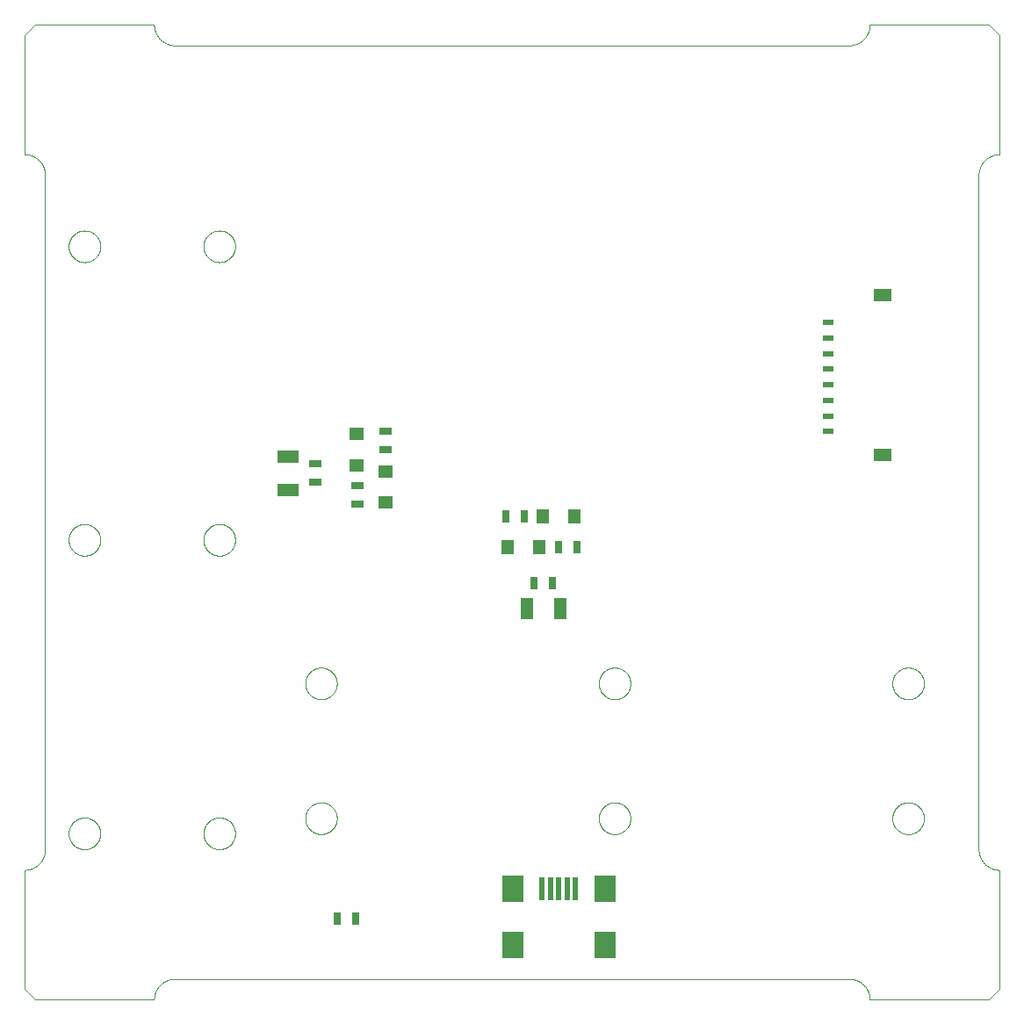
<source format=gtp>
G75*
%MOIN*%
%OFA0B0*%
%FSLAX25Y25*%
%IPPOS*%
%LPD*%
%AMOC8*
5,1,8,0,0,1.08239X$1,22.5*
%
%ADD10C,0.00000*%
%ADD11R,0.03937X0.02362*%
%ADD12R,0.07087X0.04921*%
%ADD13R,0.01969X0.08858*%
%ADD14R,0.07874X0.09843*%
%ADD15R,0.03150X0.04724*%
%ADD16R,0.04724X0.07874*%
%ADD17R,0.07874X0.04724*%
%ADD18R,0.04724X0.03150*%
%ADD19R,0.04724X0.05512*%
%ADD20R,0.05512X0.04724*%
D10*
X0087864Y0091801D02*
X0091801Y0087864D01*
X0137077Y0087864D01*
X0137079Y0088054D01*
X0137086Y0088244D01*
X0137098Y0088434D01*
X0137114Y0088624D01*
X0137134Y0088813D01*
X0137160Y0089002D01*
X0137189Y0089190D01*
X0137224Y0089377D01*
X0137263Y0089563D01*
X0137306Y0089748D01*
X0137354Y0089933D01*
X0137406Y0090116D01*
X0137462Y0090297D01*
X0137523Y0090477D01*
X0137589Y0090656D01*
X0137658Y0090833D01*
X0137732Y0091009D01*
X0137810Y0091182D01*
X0137893Y0091354D01*
X0137979Y0091523D01*
X0138069Y0091691D01*
X0138164Y0091856D01*
X0138262Y0092019D01*
X0138365Y0092179D01*
X0138471Y0092337D01*
X0138581Y0092492D01*
X0138694Y0092645D01*
X0138812Y0092795D01*
X0138933Y0092941D01*
X0139057Y0093085D01*
X0139185Y0093226D01*
X0139316Y0093364D01*
X0139451Y0093499D01*
X0139589Y0093630D01*
X0139730Y0093758D01*
X0139874Y0093882D01*
X0140020Y0094003D01*
X0140170Y0094121D01*
X0140323Y0094234D01*
X0140478Y0094344D01*
X0140636Y0094450D01*
X0140796Y0094553D01*
X0140959Y0094651D01*
X0141124Y0094746D01*
X0141292Y0094836D01*
X0141461Y0094922D01*
X0141633Y0095005D01*
X0141806Y0095083D01*
X0141982Y0095157D01*
X0142159Y0095226D01*
X0142338Y0095292D01*
X0142518Y0095353D01*
X0142699Y0095409D01*
X0142882Y0095461D01*
X0143067Y0095509D01*
X0143252Y0095552D01*
X0143438Y0095591D01*
X0143625Y0095626D01*
X0143813Y0095655D01*
X0144002Y0095681D01*
X0144191Y0095701D01*
X0144381Y0095717D01*
X0144571Y0095729D01*
X0144761Y0095736D01*
X0144951Y0095738D01*
X0400856Y0095738D01*
X0401046Y0095736D01*
X0401236Y0095729D01*
X0401426Y0095717D01*
X0401616Y0095701D01*
X0401805Y0095681D01*
X0401994Y0095655D01*
X0402182Y0095626D01*
X0402369Y0095591D01*
X0402555Y0095552D01*
X0402740Y0095509D01*
X0402925Y0095461D01*
X0403108Y0095409D01*
X0403289Y0095353D01*
X0403469Y0095292D01*
X0403648Y0095226D01*
X0403825Y0095157D01*
X0404001Y0095083D01*
X0404174Y0095005D01*
X0404346Y0094922D01*
X0404515Y0094836D01*
X0404683Y0094746D01*
X0404848Y0094651D01*
X0405011Y0094553D01*
X0405171Y0094450D01*
X0405329Y0094344D01*
X0405484Y0094234D01*
X0405637Y0094121D01*
X0405787Y0094003D01*
X0405933Y0093882D01*
X0406077Y0093758D01*
X0406218Y0093630D01*
X0406356Y0093499D01*
X0406491Y0093364D01*
X0406622Y0093226D01*
X0406750Y0093085D01*
X0406874Y0092941D01*
X0406995Y0092795D01*
X0407113Y0092645D01*
X0407226Y0092492D01*
X0407336Y0092337D01*
X0407442Y0092179D01*
X0407545Y0092019D01*
X0407643Y0091856D01*
X0407738Y0091691D01*
X0407828Y0091523D01*
X0407914Y0091354D01*
X0407997Y0091182D01*
X0408075Y0091009D01*
X0408149Y0090833D01*
X0408218Y0090656D01*
X0408284Y0090477D01*
X0408345Y0090297D01*
X0408401Y0090116D01*
X0408453Y0089933D01*
X0408501Y0089748D01*
X0408544Y0089563D01*
X0408583Y0089377D01*
X0408618Y0089190D01*
X0408647Y0089002D01*
X0408673Y0088813D01*
X0408693Y0088624D01*
X0408709Y0088434D01*
X0408721Y0088244D01*
X0408728Y0088054D01*
X0408730Y0087864D01*
X0454006Y0087864D01*
X0457943Y0091801D01*
X0457943Y0137077D01*
X0457753Y0137079D01*
X0457563Y0137086D01*
X0457373Y0137098D01*
X0457183Y0137114D01*
X0456994Y0137134D01*
X0456805Y0137160D01*
X0456617Y0137189D01*
X0456430Y0137224D01*
X0456244Y0137263D01*
X0456059Y0137306D01*
X0455874Y0137354D01*
X0455691Y0137406D01*
X0455510Y0137462D01*
X0455330Y0137523D01*
X0455151Y0137589D01*
X0454974Y0137658D01*
X0454798Y0137732D01*
X0454625Y0137810D01*
X0454453Y0137893D01*
X0454284Y0137979D01*
X0454116Y0138069D01*
X0453951Y0138164D01*
X0453788Y0138262D01*
X0453628Y0138365D01*
X0453470Y0138471D01*
X0453315Y0138581D01*
X0453162Y0138694D01*
X0453012Y0138812D01*
X0452866Y0138933D01*
X0452722Y0139057D01*
X0452581Y0139185D01*
X0452443Y0139316D01*
X0452308Y0139451D01*
X0452177Y0139589D01*
X0452049Y0139730D01*
X0451925Y0139874D01*
X0451804Y0140020D01*
X0451686Y0140170D01*
X0451573Y0140323D01*
X0451463Y0140478D01*
X0451357Y0140636D01*
X0451254Y0140796D01*
X0451156Y0140959D01*
X0451061Y0141124D01*
X0450971Y0141292D01*
X0450885Y0141461D01*
X0450802Y0141633D01*
X0450724Y0141806D01*
X0450650Y0141982D01*
X0450581Y0142159D01*
X0450515Y0142338D01*
X0450454Y0142518D01*
X0450398Y0142699D01*
X0450346Y0142882D01*
X0450298Y0143067D01*
X0450255Y0143252D01*
X0450216Y0143438D01*
X0450181Y0143625D01*
X0450152Y0143813D01*
X0450126Y0144002D01*
X0450106Y0144191D01*
X0450090Y0144381D01*
X0450078Y0144571D01*
X0450071Y0144761D01*
X0450069Y0144951D01*
X0450069Y0400856D01*
X0450071Y0401046D01*
X0450078Y0401236D01*
X0450090Y0401426D01*
X0450106Y0401616D01*
X0450126Y0401805D01*
X0450152Y0401994D01*
X0450181Y0402182D01*
X0450216Y0402369D01*
X0450255Y0402555D01*
X0450298Y0402740D01*
X0450346Y0402925D01*
X0450398Y0403108D01*
X0450454Y0403289D01*
X0450515Y0403469D01*
X0450581Y0403648D01*
X0450650Y0403825D01*
X0450724Y0404001D01*
X0450802Y0404174D01*
X0450885Y0404346D01*
X0450971Y0404515D01*
X0451061Y0404683D01*
X0451156Y0404848D01*
X0451254Y0405011D01*
X0451357Y0405171D01*
X0451463Y0405329D01*
X0451573Y0405484D01*
X0451686Y0405637D01*
X0451804Y0405787D01*
X0451925Y0405933D01*
X0452049Y0406077D01*
X0452177Y0406218D01*
X0452308Y0406356D01*
X0452443Y0406491D01*
X0452581Y0406622D01*
X0452722Y0406750D01*
X0452866Y0406874D01*
X0453012Y0406995D01*
X0453162Y0407113D01*
X0453315Y0407226D01*
X0453470Y0407336D01*
X0453628Y0407442D01*
X0453788Y0407545D01*
X0453951Y0407643D01*
X0454116Y0407738D01*
X0454284Y0407828D01*
X0454453Y0407914D01*
X0454625Y0407997D01*
X0454798Y0408075D01*
X0454974Y0408149D01*
X0455151Y0408218D01*
X0455330Y0408284D01*
X0455510Y0408345D01*
X0455691Y0408401D01*
X0455874Y0408453D01*
X0456059Y0408501D01*
X0456244Y0408544D01*
X0456430Y0408583D01*
X0456617Y0408618D01*
X0456805Y0408647D01*
X0456994Y0408673D01*
X0457183Y0408693D01*
X0457373Y0408709D01*
X0457563Y0408721D01*
X0457753Y0408728D01*
X0457943Y0408730D01*
X0457943Y0454006D01*
X0454006Y0457943D01*
X0408730Y0457943D01*
X0408728Y0457753D01*
X0408721Y0457563D01*
X0408709Y0457373D01*
X0408693Y0457183D01*
X0408673Y0456994D01*
X0408647Y0456805D01*
X0408618Y0456617D01*
X0408583Y0456430D01*
X0408544Y0456244D01*
X0408501Y0456059D01*
X0408453Y0455874D01*
X0408401Y0455691D01*
X0408345Y0455510D01*
X0408284Y0455330D01*
X0408218Y0455151D01*
X0408149Y0454974D01*
X0408075Y0454798D01*
X0407997Y0454625D01*
X0407914Y0454453D01*
X0407828Y0454284D01*
X0407738Y0454116D01*
X0407643Y0453951D01*
X0407545Y0453788D01*
X0407442Y0453628D01*
X0407336Y0453470D01*
X0407226Y0453315D01*
X0407113Y0453162D01*
X0406995Y0453012D01*
X0406874Y0452866D01*
X0406750Y0452722D01*
X0406622Y0452581D01*
X0406491Y0452443D01*
X0406356Y0452308D01*
X0406218Y0452177D01*
X0406077Y0452049D01*
X0405933Y0451925D01*
X0405787Y0451804D01*
X0405637Y0451686D01*
X0405484Y0451573D01*
X0405329Y0451463D01*
X0405171Y0451357D01*
X0405011Y0451254D01*
X0404848Y0451156D01*
X0404683Y0451061D01*
X0404515Y0450971D01*
X0404346Y0450885D01*
X0404174Y0450802D01*
X0404001Y0450724D01*
X0403825Y0450650D01*
X0403648Y0450581D01*
X0403469Y0450515D01*
X0403289Y0450454D01*
X0403108Y0450398D01*
X0402925Y0450346D01*
X0402740Y0450298D01*
X0402555Y0450255D01*
X0402369Y0450216D01*
X0402182Y0450181D01*
X0401994Y0450152D01*
X0401805Y0450126D01*
X0401616Y0450106D01*
X0401426Y0450090D01*
X0401236Y0450078D01*
X0401046Y0450071D01*
X0400856Y0450069D01*
X0144951Y0450069D01*
X0144761Y0450071D01*
X0144571Y0450078D01*
X0144381Y0450090D01*
X0144191Y0450106D01*
X0144002Y0450126D01*
X0143813Y0450152D01*
X0143625Y0450181D01*
X0143438Y0450216D01*
X0143252Y0450255D01*
X0143067Y0450298D01*
X0142882Y0450346D01*
X0142699Y0450398D01*
X0142518Y0450454D01*
X0142338Y0450515D01*
X0142159Y0450581D01*
X0141982Y0450650D01*
X0141806Y0450724D01*
X0141633Y0450802D01*
X0141461Y0450885D01*
X0141292Y0450971D01*
X0141124Y0451061D01*
X0140959Y0451156D01*
X0140796Y0451254D01*
X0140636Y0451357D01*
X0140478Y0451463D01*
X0140323Y0451573D01*
X0140170Y0451686D01*
X0140020Y0451804D01*
X0139874Y0451925D01*
X0139730Y0452049D01*
X0139589Y0452177D01*
X0139451Y0452308D01*
X0139316Y0452443D01*
X0139185Y0452581D01*
X0139057Y0452722D01*
X0138933Y0452866D01*
X0138812Y0453012D01*
X0138694Y0453162D01*
X0138581Y0453315D01*
X0138471Y0453470D01*
X0138365Y0453628D01*
X0138262Y0453788D01*
X0138164Y0453951D01*
X0138069Y0454116D01*
X0137979Y0454284D01*
X0137893Y0454453D01*
X0137810Y0454625D01*
X0137732Y0454798D01*
X0137658Y0454974D01*
X0137589Y0455151D01*
X0137523Y0455330D01*
X0137462Y0455510D01*
X0137406Y0455691D01*
X0137354Y0455874D01*
X0137306Y0456059D01*
X0137263Y0456244D01*
X0137224Y0456430D01*
X0137189Y0456617D01*
X0137160Y0456805D01*
X0137134Y0456994D01*
X0137114Y0457183D01*
X0137098Y0457373D01*
X0137086Y0457563D01*
X0137079Y0457753D01*
X0137077Y0457943D01*
X0091801Y0457943D01*
X0087864Y0454006D01*
X0087864Y0408730D01*
X0088054Y0408728D01*
X0088244Y0408721D01*
X0088434Y0408709D01*
X0088624Y0408693D01*
X0088813Y0408673D01*
X0089002Y0408647D01*
X0089190Y0408618D01*
X0089377Y0408583D01*
X0089563Y0408544D01*
X0089748Y0408501D01*
X0089933Y0408453D01*
X0090116Y0408401D01*
X0090297Y0408345D01*
X0090477Y0408284D01*
X0090656Y0408218D01*
X0090833Y0408149D01*
X0091009Y0408075D01*
X0091182Y0407997D01*
X0091354Y0407914D01*
X0091523Y0407828D01*
X0091691Y0407738D01*
X0091856Y0407643D01*
X0092019Y0407545D01*
X0092179Y0407442D01*
X0092337Y0407336D01*
X0092492Y0407226D01*
X0092645Y0407113D01*
X0092795Y0406995D01*
X0092941Y0406874D01*
X0093085Y0406750D01*
X0093226Y0406622D01*
X0093364Y0406491D01*
X0093499Y0406356D01*
X0093630Y0406218D01*
X0093758Y0406077D01*
X0093882Y0405933D01*
X0094003Y0405787D01*
X0094121Y0405637D01*
X0094234Y0405484D01*
X0094344Y0405329D01*
X0094450Y0405171D01*
X0094553Y0405011D01*
X0094651Y0404848D01*
X0094746Y0404683D01*
X0094836Y0404515D01*
X0094922Y0404346D01*
X0095005Y0404174D01*
X0095083Y0404001D01*
X0095157Y0403825D01*
X0095226Y0403648D01*
X0095292Y0403469D01*
X0095353Y0403289D01*
X0095409Y0403108D01*
X0095461Y0402925D01*
X0095509Y0402740D01*
X0095552Y0402555D01*
X0095591Y0402369D01*
X0095626Y0402182D01*
X0095655Y0401994D01*
X0095681Y0401805D01*
X0095701Y0401616D01*
X0095717Y0401426D01*
X0095729Y0401236D01*
X0095736Y0401046D01*
X0095738Y0400856D01*
X0095738Y0144951D01*
X0095736Y0144761D01*
X0095729Y0144571D01*
X0095717Y0144381D01*
X0095701Y0144191D01*
X0095681Y0144002D01*
X0095655Y0143813D01*
X0095626Y0143625D01*
X0095591Y0143438D01*
X0095552Y0143252D01*
X0095509Y0143067D01*
X0095461Y0142882D01*
X0095409Y0142699D01*
X0095353Y0142518D01*
X0095292Y0142338D01*
X0095226Y0142159D01*
X0095157Y0141982D01*
X0095083Y0141806D01*
X0095005Y0141633D01*
X0094922Y0141461D01*
X0094836Y0141292D01*
X0094746Y0141124D01*
X0094651Y0140959D01*
X0094553Y0140796D01*
X0094450Y0140636D01*
X0094344Y0140478D01*
X0094234Y0140323D01*
X0094121Y0140170D01*
X0094003Y0140020D01*
X0093882Y0139874D01*
X0093758Y0139730D01*
X0093630Y0139589D01*
X0093499Y0139451D01*
X0093364Y0139316D01*
X0093226Y0139185D01*
X0093085Y0139057D01*
X0092941Y0138933D01*
X0092795Y0138812D01*
X0092645Y0138694D01*
X0092492Y0138581D01*
X0092337Y0138471D01*
X0092179Y0138365D01*
X0092019Y0138262D01*
X0091856Y0138164D01*
X0091691Y0138069D01*
X0091523Y0137979D01*
X0091354Y0137893D01*
X0091182Y0137810D01*
X0091009Y0137732D01*
X0090833Y0137658D01*
X0090656Y0137589D01*
X0090477Y0137523D01*
X0090297Y0137462D01*
X0090116Y0137406D01*
X0089933Y0137354D01*
X0089748Y0137306D01*
X0089563Y0137263D01*
X0089377Y0137224D01*
X0089190Y0137189D01*
X0089002Y0137160D01*
X0088813Y0137134D01*
X0088624Y0137114D01*
X0088434Y0137098D01*
X0088244Y0137086D01*
X0088054Y0137079D01*
X0087864Y0137077D01*
X0087864Y0091801D01*
X0104679Y0150939D02*
X0104681Y0151094D01*
X0104687Y0151248D01*
X0104697Y0151402D01*
X0104711Y0151556D01*
X0104729Y0151710D01*
X0104751Y0151863D01*
X0104776Y0152015D01*
X0104806Y0152167D01*
X0104840Y0152318D01*
X0104877Y0152468D01*
X0104918Y0152617D01*
X0104963Y0152765D01*
X0105012Y0152912D01*
X0105065Y0153057D01*
X0105121Y0153201D01*
X0105181Y0153343D01*
X0105245Y0153484D01*
X0105312Y0153623D01*
X0105383Y0153761D01*
X0105458Y0153896D01*
X0105536Y0154030D01*
X0105617Y0154161D01*
X0105702Y0154291D01*
X0105790Y0154418D01*
X0105881Y0154543D01*
X0105975Y0154665D01*
X0106073Y0154785D01*
X0106173Y0154903D01*
X0106277Y0155017D01*
X0106383Y0155129D01*
X0106493Y0155239D01*
X0106605Y0155345D01*
X0106719Y0155449D01*
X0106837Y0155549D01*
X0106957Y0155647D01*
X0107079Y0155741D01*
X0107204Y0155832D01*
X0107331Y0155920D01*
X0107461Y0156005D01*
X0107592Y0156086D01*
X0107726Y0156164D01*
X0107861Y0156239D01*
X0107999Y0156310D01*
X0108138Y0156377D01*
X0108279Y0156441D01*
X0108421Y0156501D01*
X0108565Y0156557D01*
X0108710Y0156610D01*
X0108857Y0156659D01*
X0109005Y0156704D01*
X0109154Y0156745D01*
X0109304Y0156782D01*
X0109455Y0156816D01*
X0109607Y0156846D01*
X0109759Y0156871D01*
X0109912Y0156893D01*
X0110066Y0156911D01*
X0110220Y0156925D01*
X0110374Y0156935D01*
X0110528Y0156941D01*
X0110683Y0156943D01*
X0110838Y0156941D01*
X0110992Y0156935D01*
X0111146Y0156925D01*
X0111300Y0156911D01*
X0111454Y0156893D01*
X0111607Y0156871D01*
X0111759Y0156846D01*
X0111911Y0156816D01*
X0112062Y0156782D01*
X0112212Y0156745D01*
X0112361Y0156704D01*
X0112509Y0156659D01*
X0112656Y0156610D01*
X0112801Y0156557D01*
X0112945Y0156501D01*
X0113087Y0156441D01*
X0113228Y0156377D01*
X0113367Y0156310D01*
X0113505Y0156239D01*
X0113640Y0156164D01*
X0113774Y0156086D01*
X0113905Y0156005D01*
X0114035Y0155920D01*
X0114162Y0155832D01*
X0114287Y0155741D01*
X0114409Y0155647D01*
X0114529Y0155549D01*
X0114647Y0155449D01*
X0114761Y0155345D01*
X0114873Y0155239D01*
X0114983Y0155129D01*
X0115089Y0155017D01*
X0115193Y0154903D01*
X0115293Y0154785D01*
X0115391Y0154665D01*
X0115485Y0154543D01*
X0115576Y0154418D01*
X0115664Y0154291D01*
X0115749Y0154161D01*
X0115830Y0154030D01*
X0115908Y0153896D01*
X0115983Y0153761D01*
X0116054Y0153623D01*
X0116121Y0153484D01*
X0116185Y0153343D01*
X0116245Y0153201D01*
X0116301Y0153057D01*
X0116354Y0152912D01*
X0116403Y0152765D01*
X0116448Y0152617D01*
X0116489Y0152468D01*
X0116526Y0152318D01*
X0116560Y0152167D01*
X0116590Y0152015D01*
X0116615Y0151863D01*
X0116637Y0151710D01*
X0116655Y0151556D01*
X0116669Y0151402D01*
X0116679Y0151248D01*
X0116685Y0151094D01*
X0116687Y0150939D01*
X0116685Y0150784D01*
X0116679Y0150630D01*
X0116669Y0150476D01*
X0116655Y0150322D01*
X0116637Y0150168D01*
X0116615Y0150015D01*
X0116590Y0149863D01*
X0116560Y0149711D01*
X0116526Y0149560D01*
X0116489Y0149410D01*
X0116448Y0149261D01*
X0116403Y0149113D01*
X0116354Y0148966D01*
X0116301Y0148821D01*
X0116245Y0148677D01*
X0116185Y0148535D01*
X0116121Y0148394D01*
X0116054Y0148255D01*
X0115983Y0148117D01*
X0115908Y0147982D01*
X0115830Y0147848D01*
X0115749Y0147717D01*
X0115664Y0147587D01*
X0115576Y0147460D01*
X0115485Y0147335D01*
X0115391Y0147213D01*
X0115293Y0147093D01*
X0115193Y0146975D01*
X0115089Y0146861D01*
X0114983Y0146749D01*
X0114873Y0146639D01*
X0114761Y0146533D01*
X0114647Y0146429D01*
X0114529Y0146329D01*
X0114409Y0146231D01*
X0114287Y0146137D01*
X0114162Y0146046D01*
X0114035Y0145958D01*
X0113905Y0145873D01*
X0113774Y0145792D01*
X0113640Y0145714D01*
X0113505Y0145639D01*
X0113367Y0145568D01*
X0113228Y0145501D01*
X0113087Y0145437D01*
X0112945Y0145377D01*
X0112801Y0145321D01*
X0112656Y0145268D01*
X0112509Y0145219D01*
X0112361Y0145174D01*
X0112212Y0145133D01*
X0112062Y0145096D01*
X0111911Y0145062D01*
X0111759Y0145032D01*
X0111607Y0145007D01*
X0111454Y0144985D01*
X0111300Y0144967D01*
X0111146Y0144953D01*
X0110992Y0144943D01*
X0110838Y0144937D01*
X0110683Y0144935D01*
X0110528Y0144937D01*
X0110374Y0144943D01*
X0110220Y0144953D01*
X0110066Y0144967D01*
X0109912Y0144985D01*
X0109759Y0145007D01*
X0109607Y0145032D01*
X0109455Y0145062D01*
X0109304Y0145096D01*
X0109154Y0145133D01*
X0109005Y0145174D01*
X0108857Y0145219D01*
X0108710Y0145268D01*
X0108565Y0145321D01*
X0108421Y0145377D01*
X0108279Y0145437D01*
X0108138Y0145501D01*
X0107999Y0145568D01*
X0107861Y0145639D01*
X0107726Y0145714D01*
X0107592Y0145792D01*
X0107461Y0145873D01*
X0107331Y0145958D01*
X0107204Y0146046D01*
X0107079Y0146137D01*
X0106957Y0146231D01*
X0106837Y0146329D01*
X0106719Y0146429D01*
X0106605Y0146533D01*
X0106493Y0146639D01*
X0106383Y0146749D01*
X0106277Y0146861D01*
X0106173Y0146975D01*
X0106073Y0147093D01*
X0105975Y0147213D01*
X0105881Y0147335D01*
X0105790Y0147460D01*
X0105702Y0147587D01*
X0105617Y0147717D01*
X0105536Y0147848D01*
X0105458Y0147982D01*
X0105383Y0148117D01*
X0105312Y0148255D01*
X0105245Y0148394D01*
X0105181Y0148535D01*
X0105121Y0148677D01*
X0105065Y0148821D01*
X0105012Y0148966D01*
X0104963Y0149113D01*
X0104918Y0149261D01*
X0104877Y0149410D01*
X0104840Y0149560D01*
X0104806Y0149711D01*
X0104776Y0149863D01*
X0104751Y0150015D01*
X0104729Y0150168D01*
X0104711Y0150322D01*
X0104697Y0150476D01*
X0104687Y0150630D01*
X0104681Y0150784D01*
X0104679Y0150939D01*
X0155860Y0150939D02*
X0155862Y0151094D01*
X0155868Y0151248D01*
X0155878Y0151402D01*
X0155892Y0151556D01*
X0155910Y0151710D01*
X0155932Y0151863D01*
X0155957Y0152015D01*
X0155987Y0152167D01*
X0156021Y0152318D01*
X0156058Y0152468D01*
X0156099Y0152617D01*
X0156144Y0152765D01*
X0156193Y0152912D01*
X0156246Y0153057D01*
X0156302Y0153201D01*
X0156362Y0153343D01*
X0156426Y0153484D01*
X0156493Y0153623D01*
X0156564Y0153761D01*
X0156639Y0153896D01*
X0156717Y0154030D01*
X0156798Y0154161D01*
X0156883Y0154291D01*
X0156971Y0154418D01*
X0157062Y0154543D01*
X0157156Y0154665D01*
X0157254Y0154785D01*
X0157354Y0154903D01*
X0157458Y0155017D01*
X0157564Y0155129D01*
X0157674Y0155239D01*
X0157786Y0155345D01*
X0157900Y0155449D01*
X0158018Y0155549D01*
X0158138Y0155647D01*
X0158260Y0155741D01*
X0158385Y0155832D01*
X0158512Y0155920D01*
X0158642Y0156005D01*
X0158773Y0156086D01*
X0158907Y0156164D01*
X0159042Y0156239D01*
X0159180Y0156310D01*
X0159319Y0156377D01*
X0159460Y0156441D01*
X0159602Y0156501D01*
X0159746Y0156557D01*
X0159891Y0156610D01*
X0160038Y0156659D01*
X0160186Y0156704D01*
X0160335Y0156745D01*
X0160485Y0156782D01*
X0160636Y0156816D01*
X0160788Y0156846D01*
X0160940Y0156871D01*
X0161093Y0156893D01*
X0161247Y0156911D01*
X0161401Y0156925D01*
X0161555Y0156935D01*
X0161709Y0156941D01*
X0161864Y0156943D01*
X0162019Y0156941D01*
X0162173Y0156935D01*
X0162327Y0156925D01*
X0162481Y0156911D01*
X0162635Y0156893D01*
X0162788Y0156871D01*
X0162940Y0156846D01*
X0163092Y0156816D01*
X0163243Y0156782D01*
X0163393Y0156745D01*
X0163542Y0156704D01*
X0163690Y0156659D01*
X0163837Y0156610D01*
X0163982Y0156557D01*
X0164126Y0156501D01*
X0164268Y0156441D01*
X0164409Y0156377D01*
X0164548Y0156310D01*
X0164686Y0156239D01*
X0164821Y0156164D01*
X0164955Y0156086D01*
X0165086Y0156005D01*
X0165216Y0155920D01*
X0165343Y0155832D01*
X0165468Y0155741D01*
X0165590Y0155647D01*
X0165710Y0155549D01*
X0165828Y0155449D01*
X0165942Y0155345D01*
X0166054Y0155239D01*
X0166164Y0155129D01*
X0166270Y0155017D01*
X0166374Y0154903D01*
X0166474Y0154785D01*
X0166572Y0154665D01*
X0166666Y0154543D01*
X0166757Y0154418D01*
X0166845Y0154291D01*
X0166930Y0154161D01*
X0167011Y0154030D01*
X0167089Y0153896D01*
X0167164Y0153761D01*
X0167235Y0153623D01*
X0167302Y0153484D01*
X0167366Y0153343D01*
X0167426Y0153201D01*
X0167482Y0153057D01*
X0167535Y0152912D01*
X0167584Y0152765D01*
X0167629Y0152617D01*
X0167670Y0152468D01*
X0167707Y0152318D01*
X0167741Y0152167D01*
X0167771Y0152015D01*
X0167796Y0151863D01*
X0167818Y0151710D01*
X0167836Y0151556D01*
X0167850Y0151402D01*
X0167860Y0151248D01*
X0167866Y0151094D01*
X0167868Y0150939D01*
X0167866Y0150784D01*
X0167860Y0150630D01*
X0167850Y0150476D01*
X0167836Y0150322D01*
X0167818Y0150168D01*
X0167796Y0150015D01*
X0167771Y0149863D01*
X0167741Y0149711D01*
X0167707Y0149560D01*
X0167670Y0149410D01*
X0167629Y0149261D01*
X0167584Y0149113D01*
X0167535Y0148966D01*
X0167482Y0148821D01*
X0167426Y0148677D01*
X0167366Y0148535D01*
X0167302Y0148394D01*
X0167235Y0148255D01*
X0167164Y0148117D01*
X0167089Y0147982D01*
X0167011Y0147848D01*
X0166930Y0147717D01*
X0166845Y0147587D01*
X0166757Y0147460D01*
X0166666Y0147335D01*
X0166572Y0147213D01*
X0166474Y0147093D01*
X0166374Y0146975D01*
X0166270Y0146861D01*
X0166164Y0146749D01*
X0166054Y0146639D01*
X0165942Y0146533D01*
X0165828Y0146429D01*
X0165710Y0146329D01*
X0165590Y0146231D01*
X0165468Y0146137D01*
X0165343Y0146046D01*
X0165216Y0145958D01*
X0165086Y0145873D01*
X0164955Y0145792D01*
X0164821Y0145714D01*
X0164686Y0145639D01*
X0164548Y0145568D01*
X0164409Y0145501D01*
X0164268Y0145437D01*
X0164126Y0145377D01*
X0163982Y0145321D01*
X0163837Y0145268D01*
X0163690Y0145219D01*
X0163542Y0145174D01*
X0163393Y0145133D01*
X0163243Y0145096D01*
X0163092Y0145062D01*
X0162940Y0145032D01*
X0162788Y0145007D01*
X0162635Y0144985D01*
X0162481Y0144967D01*
X0162327Y0144953D01*
X0162173Y0144943D01*
X0162019Y0144937D01*
X0161864Y0144935D01*
X0161709Y0144937D01*
X0161555Y0144943D01*
X0161401Y0144953D01*
X0161247Y0144967D01*
X0161093Y0144985D01*
X0160940Y0145007D01*
X0160788Y0145032D01*
X0160636Y0145062D01*
X0160485Y0145096D01*
X0160335Y0145133D01*
X0160186Y0145174D01*
X0160038Y0145219D01*
X0159891Y0145268D01*
X0159746Y0145321D01*
X0159602Y0145377D01*
X0159460Y0145437D01*
X0159319Y0145501D01*
X0159180Y0145568D01*
X0159042Y0145639D01*
X0158907Y0145714D01*
X0158773Y0145792D01*
X0158642Y0145873D01*
X0158512Y0145958D01*
X0158385Y0146046D01*
X0158260Y0146137D01*
X0158138Y0146231D01*
X0158018Y0146329D01*
X0157900Y0146429D01*
X0157786Y0146533D01*
X0157674Y0146639D01*
X0157564Y0146749D01*
X0157458Y0146861D01*
X0157354Y0146975D01*
X0157254Y0147093D01*
X0157156Y0147213D01*
X0157062Y0147335D01*
X0156971Y0147460D01*
X0156883Y0147587D01*
X0156798Y0147717D01*
X0156717Y0147848D01*
X0156639Y0147982D01*
X0156564Y0148117D01*
X0156493Y0148255D01*
X0156426Y0148394D01*
X0156362Y0148535D01*
X0156302Y0148677D01*
X0156246Y0148821D01*
X0156193Y0148966D01*
X0156144Y0149113D01*
X0156099Y0149261D01*
X0156058Y0149410D01*
X0156021Y0149560D01*
X0155987Y0149711D01*
X0155957Y0149863D01*
X0155932Y0150015D01*
X0155910Y0150168D01*
X0155892Y0150322D01*
X0155878Y0150476D01*
X0155868Y0150630D01*
X0155862Y0150784D01*
X0155860Y0150939D01*
X0194466Y0156683D02*
X0194468Y0156838D01*
X0194474Y0156992D01*
X0194484Y0157146D01*
X0194498Y0157300D01*
X0194516Y0157454D01*
X0194538Y0157607D01*
X0194563Y0157759D01*
X0194593Y0157911D01*
X0194627Y0158062D01*
X0194664Y0158212D01*
X0194705Y0158361D01*
X0194750Y0158509D01*
X0194799Y0158656D01*
X0194852Y0158801D01*
X0194908Y0158945D01*
X0194968Y0159087D01*
X0195032Y0159228D01*
X0195099Y0159367D01*
X0195170Y0159505D01*
X0195245Y0159640D01*
X0195323Y0159774D01*
X0195404Y0159905D01*
X0195489Y0160035D01*
X0195577Y0160162D01*
X0195668Y0160287D01*
X0195762Y0160409D01*
X0195860Y0160529D01*
X0195960Y0160647D01*
X0196064Y0160761D01*
X0196170Y0160873D01*
X0196280Y0160983D01*
X0196392Y0161089D01*
X0196506Y0161193D01*
X0196624Y0161293D01*
X0196744Y0161391D01*
X0196866Y0161485D01*
X0196991Y0161576D01*
X0197118Y0161664D01*
X0197248Y0161749D01*
X0197379Y0161830D01*
X0197513Y0161908D01*
X0197648Y0161983D01*
X0197786Y0162054D01*
X0197925Y0162121D01*
X0198066Y0162185D01*
X0198208Y0162245D01*
X0198352Y0162301D01*
X0198497Y0162354D01*
X0198644Y0162403D01*
X0198792Y0162448D01*
X0198941Y0162489D01*
X0199091Y0162526D01*
X0199242Y0162560D01*
X0199394Y0162590D01*
X0199546Y0162615D01*
X0199699Y0162637D01*
X0199853Y0162655D01*
X0200007Y0162669D01*
X0200161Y0162679D01*
X0200315Y0162685D01*
X0200470Y0162687D01*
X0200625Y0162685D01*
X0200779Y0162679D01*
X0200933Y0162669D01*
X0201087Y0162655D01*
X0201241Y0162637D01*
X0201394Y0162615D01*
X0201546Y0162590D01*
X0201698Y0162560D01*
X0201849Y0162526D01*
X0201999Y0162489D01*
X0202148Y0162448D01*
X0202296Y0162403D01*
X0202443Y0162354D01*
X0202588Y0162301D01*
X0202732Y0162245D01*
X0202874Y0162185D01*
X0203015Y0162121D01*
X0203154Y0162054D01*
X0203292Y0161983D01*
X0203427Y0161908D01*
X0203561Y0161830D01*
X0203692Y0161749D01*
X0203822Y0161664D01*
X0203949Y0161576D01*
X0204074Y0161485D01*
X0204196Y0161391D01*
X0204316Y0161293D01*
X0204434Y0161193D01*
X0204548Y0161089D01*
X0204660Y0160983D01*
X0204770Y0160873D01*
X0204876Y0160761D01*
X0204980Y0160647D01*
X0205080Y0160529D01*
X0205178Y0160409D01*
X0205272Y0160287D01*
X0205363Y0160162D01*
X0205451Y0160035D01*
X0205536Y0159905D01*
X0205617Y0159774D01*
X0205695Y0159640D01*
X0205770Y0159505D01*
X0205841Y0159367D01*
X0205908Y0159228D01*
X0205972Y0159087D01*
X0206032Y0158945D01*
X0206088Y0158801D01*
X0206141Y0158656D01*
X0206190Y0158509D01*
X0206235Y0158361D01*
X0206276Y0158212D01*
X0206313Y0158062D01*
X0206347Y0157911D01*
X0206377Y0157759D01*
X0206402Y0157607D01*
X0206424Y0157454D01*
X0206442Y0157300D01*
X0206456Y0157146D01*
X0206466Y0156992D01*
X0206472Y0156838D01*
X0206474Y0156683D01*
X0206472Y0156528D01*
X0206466Y0156374D01*
X0206456Y0156220D01*
X0206442Y0156066D01*
X0206424Y0155912D01*
X0206402Y0155759D01*
X0206377Y0155607D01*
X0206347Y0155455D01*
X0206313Y0155304D01*
X0206276Y0155154D01*
X0206235Y0155005D01*
X0206190Y0154857D01*
X0206141Y0154710D01*
X0206088Y0154565D01*
X0206032Y0154421D01*
X0205972Y0154279D01*
X0205908Y0154138D01*
X0205841Y0153999D01*
X0205770Y0153861D01*
X0205695Y0153726D01*
X0205617Y0153592D01*
X0205536Y0153461D01*
X0205451Y0153331D01*
X0205363Y0153204D01*
X0205272Y0153079D01*
X0205178Y0152957D01*
X0205080Y0152837D01*
X0204980Y0152719D01*
X0204876Y0152605D01*
X0204770Y0152493D01*
X0204660Y0152383D01*
X0204548Y0152277D01*
X0204434Y0152173D01*
X0204316Y0152073D01*
X0204196Y0151975D01*
X0204074Y0151881D01*
X0203949Y0151790D01*
X0203822Y0151702D01*
X0203692Y0151617D01*
X0203561Y0151536D01*
X0203427Y0151458D01*
X0203292Y0151383D01*
X0203154Y0151312D01*
X0203015Y0151245D01*
X0202874Y0151181D01*
X0202732Y0151121D01*
X0202588Y0151065D01*
X0202443Y0151012D01*
X0202296Y0150963D01*
X0202148Y0150918D01*
X0201999Y0150877D01*
X0201849Y0150840D01*
X0201698Y0150806D01*
X0201546Y0150776D01*
X0201394Y0150751D01*
X0201241Y0150729D01*
X0201087Y0150711D01*
X0200933Y0150697D01*
X0200779Y0150687D01*
X0200625Y0150681D01*
X0200470Y0150679D01*
X0200315Y0150681D01*
X0200161Y0150687D01*
X0200007Y0150697D01*
X0199853Y0150711D01*
X0199699Y0150729D01*
X0199546Y0150751D01*
X0199394Y0150776D01*
X0199242Y0150806D01*
X0199091Y0150840D01*
X0198941Y0150877D01*
X0198792Y0150918D01*
X0198644Y0150963D01*
X0198497Y0151012D01*
X0198352Y0151065D01*
X0198208Y0151121D01*
X0198066Y0151181D01*
X0197925Y0151245D01*
X0197786Y0151312D01*
X0197648Y0151383D01*
X0197513Y0151458D01*
X0197379Y0151536D01*
X0197248Y0151617D01*
X0197118Y0151702D01*
X0196991Y0151790D01*
X0196866Y0151881D01*
X0196744Y0151975D01*
X0196624Y0152073D01*
X0196506Y0152173D01*
X0196392Y0152277D01*
X0196280Y0152383D01*
X0196170Y0152493D01*
X0196064Y0152605D01*
X0195960Y0152719D01*
X0195860Y0152837D01*
X0195762Y0152957D01*
X0195668Y0153079D01*
X0195577Y0153204D01*
X0195489Y0153331D01*
X0195404Y0153461D01*
X0195323Y0153592D01*
X0195245Y0153726D01*
X0195170Y0153861D01*
X0195099Y0153999D01*
X0195032Y0154138D01*
X0194968Y0154279D01*
X0194908Y0154421D01*
X0194852Y0154565D01*
X0194799Y0154710D01*
X0194750Y0154857D01*
X0194705Y0155005D01*
X0194664Y0155154D01*
X0194627Y0155304D01*
X0194593Y0155455D01*
X0194563Y0155607D01*
X0194538Y0155759D01*
X0194516Y0155912D01*
X0194498Y0156066D01*
X0194484Y0156220D01*
X0194474Y0156374D01*
X0194468Y0156528D01*
X0194466Y0156683D01*
X0194466Y0207864D02*
X0194468Y0208019D01*
X0194474Y0208173D01*
X0194484Y0208327D01*
X0194498Y0208481D01*
X0194516Y0208635D01*
X0194538Y0208788D01*
X0194563Y0208940D01*
X0194593Y0209092D01*
X0194627Y0209243D01*
X0194664Y0209393D01*
X0194705Y0209542D01*
X0194750Y0209690D01*
X0194799Y0209837D01*
X0194852Y0209982D01*
X0194908Y0210126D01*
X0194968Y0210268D01*
X0195032Y0210409D01*
X0195099Y0210548D01*
X0195170Y0210686D01*
X0195245Y0210821D01*
X0195323Y0210955D01*
X0195404Y0211086D01*
X0195489Y0211216D01*
X0195577Y0211343D01*
X0195668Y0211468D01*
X0195762Y0211590D01*
X0195860Y0211710D01*
X0195960Y0211828D01*
X0196064Y0211942D01*
X0196170Y0212054D01*
X0196280Y0212164D01*
X0196392Y0212270D01*
X0196506Y0212374D01*
X0196624Y0212474D01*
X0196744Y0212572D01*
X0196866Y0212666D01*
X0196991Y0212757D01*
X0197118Y0212845D01*
X0197248Y0212930D01*
X0197379Y0213011D01*
X0197513Y0213089D01*
X0197648Y0213164D01*
X0197786Y0213235D01*
X0197925Y0213302D01*
X0198066Y0213366D01*
X0198208Y0213426D01*
X0198352Y0213482D01*
X0198497Y0213535D01*
X0198644Y0213584D01*
X0198792Y0213629D01*
X0198941Y0213670D01*
X0199091Y0213707D01*
X0199242Y0213741D01*
X0199394Y0213771D01*
X0199546Y0213796D01*
X0199699Y0213818D01*
X0199853Y0213836D01*
X0200007Y0213850D01*
X0200161Y0213860D01*
X0200315Y0213866D01*
X0200470Y0213868D01*
X0200625Y0213866D01*
X0200779Y0213860D01*
X0200933Y0213850D01*
X0201087Y0213836D01*
X0201241Y0213818D01*
X0201394Y0213796D01*
X0201546Y0213771D01*
X0201698Y0213741D01*
X0201849Y0213707D01*
X0201999Y0213670D01*
X0202148Y0213629D01*
X0202296Y0213584D01*
X0202443Y0213535D01*
X0202588Y0213482D01*
X0202732Y0213426D01*
X0202874Y0213366D01*
X0203015Y0213302D01*
X0203154Y0213235D01*
X0203292Y0213164D01*
X0203427Y0213089D01*
X0203561Y0213011D01*
X0203692Y0212930D01*
X0203822Y0212845D01*
X0203949Y0212757D01*
X0204074Y0212666D01*
X0204196Y0212572D01*
X0204316Y0212474D01*
X0204434Y0212374D01*
X0204548Y0212270D01*
X0204660Y0212164D01*
X0204770Y0212054D01*
X0204876Y0211942D01*
X0204980Y0211828D01*
X0205080Y0211710D01*
X0205178Y0211590D01*
X0205272Y0211468D01*
X0205363Y0211343D01*
X0205451Y0211216D01*
X0205536Y0211086D01*
X0205617Y0210955D01*
X0205695Y0210821D01*
X0205770Y0210686D01*
X0205841Y0210548D01*
X0205908Y0210409D01*
X0205972Y0210268D01*
X0206032Y0210126D01*
X0206088Y0209982D01*
X0206141Y0209837D01*
X0206190Y0209690D01*
X0206235Y0209542D01*
X0206276Y0209393D01*
X0206313Y0209243D01*
X0206347Y0209092D01*
X0206377Y0208940D01*
X0206402Y0208788D01*
X0206424Y0208635D01*
X0206442Y0208481D01*
X0206456Y0208327D01*
X0206466Y0208173D01*
X0206472Y0208019D01*
X0206474Y0207864D01*
X0206472Y0207709D01*
X0206466Y0207555D01*
X0206456Y0207401D01*
X0206442Y0207247D01*
X0206424Y0207093D01*
X0206402Y0206940D01*
X0206377Y0206788D01*
X0206347Y0206636D01*
X0206313Y0206485D01*
X0206276Y0206335D01*
X0206235Y0206186D01*
X0206190Y0206038D01*
X0206141Y0205891D01*
X0206088Y0205746D01*
X0206032Y0205602D01*
X0205972Y0205460D01*
X0205908Y0205319D01*
X0205841Y0205180D01*
X0205770Y0205042D01*
X0205695Y0204907D01*
X0205617Y0204773D01*
X0205536Y0204642D01*
X0205451Y0204512D01*
X0205363Y0204385D01*
X0205272Y0204260D01*
X0205178Y0204138D01*
X0205080Y0204018D01*
X0204980Y0203900D01*
X0204876Y0203786D01*
X0204770Y0203674D01*
X0204660Y0203564D01*
X0204548Y0203458D01*
X0204434Y0203354D01*
X0204316Y0203254D01*
X0204196Y0203156D01*
X0204074Y0203062D01*
X0203949Y0202971D01*
X0203822Y0202883D01*
X0203692Y0202798D01*
X0203561Y0202717D01*
X0203427Y0202639D01*
X0203292Y0202564D01*
X0203154Y0202493D01*
X0203015Y0202426D01*
X0202874Y0202362D01*
X0202732Y0202302D01*
X0202588Y0202246D01*
X0202443Y0202193D01*
X0202296Y0202144D01*
X0202148Y0202099D01*
X0201999Y0202058D01*
X0201849Y0202021D01*
X0201698Y0201987D01*
X0201546Y0201957D01*
X0201394Y0201932D01*
X0201241Y0201910D01*
X0201087Y0201892D01*
X0200933Y0201878D01*
X0200779Y0201868D01*
X0200625Y0201862D01*
X0200470Y0201860D01*
X0200315Y0201862D01*
X0200161Y0201868D01*
X0200007Y0201878D01*
X0199853Y0201892D01*
X0199699Y0201910D01*
X0199546Y0201932D01*
X0199394Y0201957D01*
X0199242Y0201987D01*
X0199091Y0202021D01*
X0198941Y0202058D01*
X0198792Y0202099D01*
X0198644Y0202144D01*
X0198497Y0202193D01*
X0198352Y0202246D01*
X0198208Y0202302D01*
X0198066Y0202362D01*
X0197925Y0202426D01*
X0197786Y0202493D01*
X0197648Y0202564D01*
X0197513Y0202639D01*
X0197379Y0202717D01*
X0197248Y0202798D01*
X0197118Y0202883D01*
X0196991Y0202971D01*
X0196866Y0203062D01*
X0196744Y0203156D01*
X0196624Y0203254D01*
X0196506Y0203354D01*
X0196392Y0203458D01*
X0196280Y0203564D01*
X0196170Y0203674D01*
X0196064Y0203786D01*
X0195960Y0203900D01*
X0195860Y0204018D01*
X0195762Y0204138D01*
X0195668Y0204260D01*
X0195577Y0204385D01*
X0195489Y0204512D01*
X0195404Y0204642D01*
X0195323Y0204773D01*
X0195245Y0204907D01*
X0195170Y0205042D01*
X0195099Y0205180D01*
X0195032Y0205319D01*
X0194968Y0205460D01*
X0194908Y0205602D01*
X0194852Y0205746D01*
X0194799Y0205891D01*
X0194750Y0206038D01*
X0194705Y0206186D01*
X0194664Y0206335D01*
X0194627Y0206485D01*
X0194593Y0206636D01*
X0194563Y0206788D01*
X0194538Y0206940D01*
X0194516Y0207093D01*
X0194498Y0207247D01*
X0194484Y0207401D01*
X0194474Y0207555D01*
X0194468Y0207709D01*
X0194466Y0207864D01*
X0155860Y0262356D02*
X0155862Y0262511D01*
X0155868Y0262665D01*
X0155878Y0262819D01*
X0155892Y0262973D01*
X0155910Y0263127D01*
X0155932Y0263280D01*
X0155957Y0263432D01*
X0155987Y0263584D01*
X0156021Y0263735D01*
X0156058Y0263885D01*
X0156099Y0264034D01*
X0156144Y0264182D01*
X0156193Y0264329D01*
X0156246Y0264474D01*
X0156302Y0264618D01*
X0156362Y0264760D01*
X0156426Y0264901D01*
X0156493Y0265040D01*
X0156564Y0265178D01*
X0156639Y0265313D01*
X0156717Y0265447D01*
X0156798Y0265578D01*
X0156883Y0265708D01*
X0156971Y0265835D01*
X0157062Y0265960D01*
X0157156Y0266082D01*
X0157254Y0266202D01*
X0157354Y0266320D01*
X0157458Y0266434D01*
X0157564Y0266546D01*
X0157674Y0266656D01*
X0157786Y0266762D01*
X0157900Y0266866D01*
X0158018Y0266966D01*
X0158138Y0267064D01*
X0158260Y0267158D01*
X0158385Y0267249D01*
X0158512Y0267337D01*
X0158642Y0267422D01*
X0158773Y0267503D01*
X0158907Y0267581D01*
X0159042Y0267656D01*
X0159180Y0267727D01*
X0159319Y0267794D01*
X0159460Y0267858D01*
X0159602Y0267918D01*
X0159746Y0267974D01*
X0159891Y0268027D01*
X0160038Y0268076D01*
X0160186Y0268121D01*
X0160335Y0268162D01*
X0160485Y0268199D01*
X0160636Y0268233D01*
X0160788Y0268263D01*
X0160940Y0268288D01*
X0161093Y0268310D01*
X0161247Y0268328D01*
X0161401Y0268342D01*
X0161555Y0268352D01*
X0161709Y0268358D01*
X0161864Y0268360D01*
X0162019Y0268358D01*
X0162173Y0268352D01*
X0162327Y0268342D01*
X0162481Y0268328D01*
X0162635Y0268310D01*
X0162788Y0268288D01*
X0162940Y0268263D01*
X0163092Y0268233D01*
X0163243Y0268199D01*
X0163393Y0268162D01*
X0163542Y0268121D01*
X0163690Y0268076D01*
X0163837Y0268027D01*
X0163982Y0267974D01*
X0164126Y0267918D01*
X0164268Y0267858D01*
X0164409Y0267794D01*
X0164548Y0267727D01*
X0164686Y0267656D01*
X0164821Y0267581D01*
X0164955Y0267503D01*
X0165086Y0267422D01*
X0165216Y0267337D01*
X0165343Y0267249D01*
X0165468Y0267158D01*
X0165590Y0267064D01*
X0165710Y0266966D01*
X0165828Y0266866D01*
X0165942Y0266762D01*
X0166054Y0266656D01*
X0166164Y0266546D01*
X0166270Y0266434D01*
X0166374Y0266320D01*
X0166474Y0266202D01*
X0166572Y0266082D01*
X0166666Y0265960D01*
X0166757Y0265835D01*
X0166845Y0265708D01*
X0166930Y0265578D01*
X0167011Y0265447D01*
X0167089Y0265313D01*
X0167164Y0265178D01*
X0167235Y0265040D01*
X0167302Y0264901D01*
X0167366Y0264760D01*
X0167426Y0264618D01*
X0167482Y0264474D01*
X0167535Y0264329D01*
X0167584Y0264182D01*
X0167629Y0264034D01*
X0167670Y0263885D01*
X0167707Y0263735D01*
X0167741Y0263584D01*
X0167771Y0263432D01*
X0167796Y0263280D01*
X0167818Y0263127D01*
X0167836Y0262973D01*
X0167850Y0262819D01*
X0167860Y0262665D01*
X0167866Y0262511D01*
X0167868Y0262356D01*
X0167866Y0262201D01*
X0167860Y0262047D01*
X0167850Y0261893D01*
X0167836Y0261739D01*
X0167818Y0261585D01*
X0167796Y0261432D01*
X0167771Y0261280D01*
X0167741Y0261128D01*
X0167707Y0260977D01*
X0167670Y0260827D01*
X0167629Y0260678D01*
X0167584Y0260530D01*
X0167535Y0260383D01*
X0167482Y0260238D01*
X0167426Y0260094D01*
X0167366Y0259952D01*
X0167302Y0259811D01*
X0167235Y0259672D01*
X0167164Y0259534D01*
X0167089Y0259399D01*
X0167011Y0259265D01*
X0166930Y0259134D01*
X0166845Y0259004D01*
X0166757Y0258877D01*
X0166666Y0258752D01*
X0166572Y0258630D01*
X0166474Y0258510D01*
X0166374Y0258392D01*
X0166270Y0258278D01*
X0166164Y0258166D01*
X0166054Y0258056D01*
X0165942Y0257950D01*
X0165828Y0257846D01*
X0165710Y0257746D01*
X0165590Y0257648D01*
X0165468Y0257554D01*
X0165343Y0257463D01*
X0165216Y0257375D01*
X0165086Y0257290D01*
X0164955Y0257209D01*
X0164821Y0257131D01*
X0164686Y0257056D01*
X0164548Y0256985D01*
X0164409Y0256918D01*
X0164268Y0256854D01*
X0164126Y0256794D01*
X0163982Y0256738D01*
X0163837Y0256685D01*
X0163690Y0256636D01*
X0163542Y0256591D01*
X0163393Y0256550D01*
X0163243Y0256513D01*
X0163092Y0256479D01*
X0162940Y0256449D01*
X0162788Y0256424D01*
X0162635Y0256402D01*
X0162481Y0256384D01*
X0162327Y0256370D01*
X0162173Y0256360D01*
X0162019Y0256354D01*
X0161864Y0256352D01*
X0161709Y0256354D01*
X0161555Y0256360D01*
X0161401Y0256370D01*
X0161247Y0256384D01*
X0161093Y0256402D01*
X0160940Y0256424D01*
X0160788Y0256449D01*
X0160636Y0256479D01*
X0160485Y0256513D01*
X0160335Y0256550D01*
X0160186Y0256591D01*
X0160038Y0256636D01*
X0159891Y0256685D01*
X0159746Y0256738D01*
X0159602Y0256794D01*
X0159460Y0256854D01*
X0159319Y0256918D01*
X0159180Y0256985D01*
X0159042Y0257056D01*
X0158907Y0257131D01*
X0158773Y0257209D01*
X0158642Y0257290D01*
X0158512Y0257375D01*
X0158385Y0257463D01*
X0158260Y0257554D01*
X0158138Y0257648D01*
X0158018Y0257746D01*
X0157900Y0257846D01*
X0157786Y0257950D01*
X0157674Y0258056D01*
X0157564Y0258166D01*
X0157458Y0258278D01*
X0157354Y0258392D01*
X0157254Y0258510D01*
X0157156Y0258630D01*
X0157062Y0258752D01*
X0156971Y0258877D01*
X0156883Y0259004D01*
X0156798Y0259134D01*
X0156717Y0259265D01*
X0156639Y0259399D01*
X0156564Y0259534D01*
X0156493Y0259672D01*
X0156426Y0259811D01*
X0156362Y0259952D01*
X0156302Y0260094D01*
X0156246Y0260238D01*
X0156193Y0260383D01*
X0156144Y0260530D01*
X0156099Y0260678D01*
X0156058Y0260827D01*
X0156021Y0260977D01*
X0155987Y0261128D01*
X0155957Y0261280D01*
X0155932Y0261432D01*
X0155910Y0261585D01*
X0155892Y0261739D01*
X0155878Y0261893D01*
X0155868Y0262047D01*
X0155862Y0262201D01*
X0155860Y0262356D01*
X0104679Y0262356D02*
X0104681Y0262511D01*
X0104687Y0262665D01*
X0104697Y0262819D01*
X0104711Y0262973D01*
X0104729Y0263127D01*
X0104751Y0263280D01*
X0104776Y0263432D01*
X0104806Y0263584D01*
X0104840Y0263735D01*
X0104877Y0263885D01*
X0104918Y0264034D01*
X0104963Y0264182D01*
X0105012Y0264329D01*
X0105065Y0264474D01*
X0105121Y0264618D01*
X0105181Y0264760D01*
X0105245Y0264901D01*
X0105312Y0265040D01*
X0105383Y0265178D01*
X0105458Y0265313D01*
X0105536Y0265447D01*
X0105617Y0265578D01*
X0105702Y0265708D01*
X0105790Y0265835D01*
X0105881Y0265960D01*
X0105975Y0266082D01*
X0106073Y0266202D01*
X0106173Y0266320D01*
X0106277Y0266434D01*
X0106383Y0266546D01*
X0106493Y0266656D01*
X0106605Y0266762D01*
X0106719Y0266866D01*
X0106837Y0266966D01*
X0106957Y0267064D01*
X0107079Y0267158D01*
X0107204Y0267249D01*
X0107331Y0267337D01*
X0107461Y0267422D01*
X0107592Y0267503D01*
X0107726Y0267581D01*
X0107861Y0267656D01*
X0107999Y0267727D01*
X0108138Y0267794D01*
X0108279Y0267858D01*
X0108421Y0267918D01*
X0108565Y0267974D01*
X0108710Y0268027D01*
X0108857Y0268076D01*
X0109005Y0268121D01*
X0109154Y0268162D01*
X0109304Y0268199D01*
X0109455Y0268233D01*
X0109607Y0268263D01*
X0109759Y0268288D01*
X0109912Y0268310D01*
X0110066Y0268328D01*
X0110220Y0268342D01*
X0110374Y0268352D01*
X0110528Y0268358D01*
X0110683Y0268360D01*
X0110838Y0268358D01*
X0110992Y0268352D01*
X0111146Y0268342D01*
X0111300Y0268328D01*
X0111454Y0268310D01*
X0111607Y0268288D01*
X0111759Y0268263D01*
X0111911Y0268233D01*
X0112062Y0268199D01*
X0112212Y0268162D01*
X0112361Y0268121D01*
X0112509Y0268076D01*
X0112656Y0268027D01*
X0112801Y0267974D01*
X0112945Y0267918D01*
X0113087Y0267858D01*
X0113228Y0267794D01*
X0113367Y0267727D01*
X0113505Y0267656D01*
X0113640Y0267581D01*
X0113774Y0267503D01*
X0113905Y0267422D01*
X0114035Y0267337D01*
X0114162Y0267249D01*
X0114287Y0267158D01*
X0114409Y0267064D01*
X0114529Y0266966D01*
X0114647Y0266866D01*
X0114761Y0266762D01*
X0114873Y0266656D01*
X0114983Y0266546D01*
X0115089Y0266434D01*
X0115193Y0266320D01*
X0115293Y0266202D01*
X0115391Y0266082D01*
X0115485Y0265960D01*
X0115576Y0265835D01*
X0115664Y0265708D01*
X0115749Y0265578D01*
X0115830Y0265447D01*
X0115908Y0265313D01*
X0115983Y0265178D01*
X0116054Y0265040D01*
X0116121Y0264901D01*
X0116185Y0264760D01*
X0116245Y0264618D01*
X0116301Y0264474D01*
X0116354Y0264329D01*
X0116403Y0264182D01*
X0116448Y0264034D01*
X0116489Y0263885D01*
X0116526Y0263735D01*
X0116560Y0263584D01*
X0116590Y0263432D01*
X0116615Y0263280D01*
X0116637Y0263127D01*
X0116655Y0262973D01*
X0116669Y0262819D01*
X0116679Y0262665D01*
X0116685Y0262511D01*
X0116687Y0262356D01*
X0116685Y0262201D01*
X0116679Y0262047D01*
X0116669Y0261893D01*
X0116655Y0261739D01*
X0116637Y0261585D01*
X0116615Y0261432D01*
X0116590Y0261280D01*
X0116560Y0261128D01*
X0116526Y0260977D01*
X0116489Y0260827D01*
X0116448Y0260678D01*
X0116403Y0260530D01*
X0116354Y0260383D01*
X0116301Y0260238D01*
X0116245Y0260094D01*
X0116185Y0259952D01*
X0116121Y0259811D01*
X0116054Y0259672D01*
X0115983Y0259534D01*
X0115908Y0259399D01*
X0115830Y0259265D01*
X0115749Y0259134D01*
X0115664Y0259004D01*
X0115576Y0258877D01*
X0115485Y0258752D01*
X0115391Y0258630D01*
X0115293Y0258510D01*
X0115193Y0258392D01*
X0115089Y0258278D01*
X0114983Y0258166D01*
X0114873Y0258056D01*
X0114761Y0257950D01*
X0114647Y0257846D01*
X0114529Y0257746D01*
X0114409Y0257648D01*
X0114287Y0257554D01*
X0114162Y0257463D01*
X0114035Y0257375D01*
X0113905Y0257290D01*
X0113774Y0257209D01*
X0113640Y0257131D01*
X0113505Y0257056D01*
X0113367Y0256985D01*
X0113228Y0256918D01*
X0113087Y0256854D01*
X0112945Y0256794D01*
X0112801Y0256738D01*
X0112656Y0256685D01*
X0112509Y0256636D01*
X0112361Y0256591D01*
X0112212Y0256550D01*
X0112062Y0256513D01*
X0111911Y0256479D01*
X0111759Y0256449D01*
X0111607Y0256424D01*
X0111454Y0256402D01*
X0111300Y0256384D01*
X0111146Y0256370D01*
X0110992Y0256360D01*
X0110838Y0256354D01*
X0110683Y0256352D01*
X0110528Y0256354D01*
X0110374Y0256360D01*
X0110220Y0256370D01*
X0110066Y0256384D01*
X0109912Y0256402D01*
X0109759Y0256424D01*
X0109607Y0256449D01*
X0109455Y0256479D01*
X0109304Y0256513D01*
X0109154Y0256550D01*
X0109005Y0256591D01*
X0108857Y0256636D01*
X0108710Y0256685D01*
X0108565Y0256738D01*
X0108421Y0256794D01*
X0108279Y0256854D01*
X0108138Y0256918D01*
X0107999Y0256985D01*
X0107861Y0257056D01*
X0107726Y0257131D01*
X0107592Y0257209D01*
X0107461Y0257290D01*
X0107331Y0257375D01*
X0107204Y0257463D01*
X0107079Y0257554D01*
X0106957Y0257648D01*
X0106837Y0257746D01*
X0106719Y0257846D01*
X0106605Y0257950D01*
X0106493Y0258056D01*
X0106383Y0258166D01*
X0106277Y0258278D01*
X0106173Y0258392D01*
X0106073Y0258510D01*
X0105975Y0258630D01*
X0105881Y0258752D01*
X0105790Y0258877D01*
X0105702Y0259004D01*
X0105617Y0259134D01*
X0105536Y0259265D01*
X0105458Y0259399D01*
X0105383Y0259534D01*
X0105312Y0259672D01*
X0105245Y0259811D01*
X0105181Y0259952D01*
X0105121Y0260094D01*
X0105065Y0260238D01*
X0105012Y0260383D01*
X0104963Y0260530D01*
X0104918Y0260678D01*
X0104877Y0260827D01*
X0104840Y0260977D01*
X0104806Y0261128D01*
X0104776Y0261280D01*
X0104751Y0261432D01*
X0104729Y0261585D01*
X0104711Y0261739D01*
X0104697Y0261893D01*
X0104687Y0262047D01*
X0104681Y0262201D01*
X0104679Y0262356D01*
X0104679Y0373774D02*
X0104681Y0373929D01*
X0104687Y0374083D01*
X0104697Y0374237D01*
X0104711Y0374391D01*
X0104729Y0374545D01*
X0104751Y0374698D01*
X0104776Y0374850D01*
X0104806Y0375002D01*
X0104840Y0375153D01*
X0104877Y0375303D01*
X0104918Y0375452D01*
X0104963Y0375600D01*
X0105012Y0375747D01*
X0105065Y0375892D01*
X0105121Y0376036D01*
X0105181Y0376178D01*
X0105245Y0376319D01*
X0105312Y0376458D01*
X0105383Y0376596D01*
X0105458Y0376731D01*
X0105536Y0376865D01*
X0105617Y0376996D01*
X0105702Y0377126D01*
X0105790Y0377253D01*
X0105881Y0377378D01*
X0105975Y0377500D01*
X0106073Y0377620D01*
X0106173Y0377738D01*
X0106277Y0377852D01*
X0106383Y0377964D01*
X0106493Y0378074D01*
X0106605Y0378180D01*
X0106719Y0378284D01*
X0106837Y0378384D01*
X0106957Y0378482D01*
X0107079Y0378576D01*
X0107204Y0378667D01*
X0107331Y0378755D01*
X0107461Y0378840D01*
X0107592Y0378921D01*
X0107726Y0378999D01*
X0107861Y0379074D01*
X0107999Y0379145D01*
X0108138Y0379212D01*
X0108279Y0379276D01*
X0108421Y0379336D01*
X0108565Y0379392D01*
X0108710Y0379445D01*
X0108857Y0379494D01*
X0109005Y0379539D01*
X0109154Y0379580D01*
X0109304Y0379617D01*
X0109455Y0379651D01*
X0109607Y0379681D01*
X0109759Y0379706D01*
X0109912Y0379728D01*
X0110066Y0379746D01*
X0110220Y0379760D01*
X0110374Y0379770D01*
X0110528Y0379776D01*
X0110683Y0379778D01*
X0110838Y0379776D01*
X0110992Y0379770D01*
X0111146Y0379760D01*
X0111300Y0379746D01*
X0111454Y0379728D01*
X0111607Y0379706D01*
X0111759Y0379681D01*
X0111911Y0379651D01*
X0112062Y0379617D01*
X0112212Y0379580D01*
X0112361Y0379539D01*
X0112509Y0379494D01*
X0112656Y0379445D01*
X0112801Y0379392D01*
X0112945Y0379336D01*
X0113087Y0379276D01*
X0113228Y0379212D01*
X0113367Y0379145D01*
X0113505Y0379074D01*
X0113640Y0378999D01*
X0113774Y0378921D01*
X0113905Y0378840D01*
X0114035Y0378755D01*
X0114162Y0378667D01*
X0114287Y0378576D01*
X0114409Y0378482D01*
X0114529Y0378384D01*
X0114647Y0378284D01*
X0114761Y0378180D01*
X0114873Y0378074D01*
X0114983Y0377964D01*
X0115089Y0377852D01*
X0115193Y0377738D01*
X0115293Y0377620D01*
X0115391Y0377500D01*
X0115485Y0377378D01*
X0115576Y0377253D01*
X0115664Y0377126D01*
X0115749Y0376996D01*
X0115830Y0376865D01*
X0115908Y0376731D01*
X0115983Y0376596D01*
X0116054Y0376458D01*
X0116121Y0376319D01*
X0116185Y0376178D01*
X0116245Y0376036D01*
X0116301Y0375892D01*
X0116354Y0375747D01*
X0116403Y0375600D01*
X0116448Y0375452D01*
X0116489Y0375303D01*
X0116526Y0375153D01*
X0116560Y0375002D01*
X0116590Y0374850D01*
X0116615Y0374698D01*
X0116637Y0374545D01*
X0116655Y0374391D01*
X0116669Y0374237D01*
X0116679Y0374083D01*
X0116685Y0373929D01*
X0116687Y0373774D01*
X0116685Y0373619D01*
X0116679Y0373465D01*
X0116669Y0373311D01*
X0116655Y0373157D01*
X0116637Y0373003D01*
X0116615Y0372850D01*
X0116590Y0372698D01*
X0116560Y0372546D01*
X0116526Y0372395D01*
X0116489Y0372245D01*
X0116448Y0372096D01*
X0116403Y0371948D01*
X0116354Y0371801D01*
X0116301Y0371656D01*
X0116245Y0371512D01*
X0116185Y0371370D01*
X0116121Y0371229D01*
X0116054Y0371090D01*
X0115983Y0370952D01*
X0115908Y0370817D01*
X0115830Y0370683D01*
X0115749Y0370552D01*
X0115664Y0370422D01*
X0115576Y0370295D01*
X0115485Y0370170D01*
X0115391Y0370048D01*
X0115293Y0369928D01*
X0115193Y0369810D01*
X0115089Y0369696D01*
X0114983Y0369584D01*
X0114873Y0369474D01*
X0114761Y0369368D01*
X0114647Y0369264D01*
X0114529Y0369164D01*
X0114409Y0369066D01*
X0114287Y0368972D01*
X0114162Y0368881D01*
X0114035Y0368793D01*
X0113905Y0368708D01*
X0113774Y0368627D01*
X0113640Y0368549D01*
X0113505Y0368474D01*
X0113367Y0368403D01*
X0113228Y0368336D01*
X0113087Y0368272D01*
X0112945Y0368212D01*
X0112801Y0368156D01*
X0112656Y0368103D01*
X0112509Y0368054D01*
X0112361Y0368009D01*
X0112212Y0367968D01*
X0112062Y0367931D01*
X0111911Y0367897D01*
X0111759Y0367867D01*
X0111607Y0367842D01*
X0111454Y0367820D01*
X0111300Y0367802D01*
X0111146Y0367788D01*
X0110992Y0367778D01*
X0110838Y0367772D01*
X0110683Y0367770D01*
X0110528Y0367772D01*
X0110374Y0367778D01*
X0110220Y0367788D01*
X0110066Y0367802D01*
X0109912Y0367820D01*
X0109759Y0367842D01*
X0109607Y0367867D01*
X0109455Y0367897D01*
X0109304Y0367931D01*
X0109154Y0367968D01*
X0109005Y0368009D01*
X0108857Y0368054D01*
X0108710Y0368103D01*
X0108565Y0368156D01*
X0108421Y0368212D01*
X0108279Y0368272D01*
X0108138Y0368336D01*
X0107999Y0368403D01*
X0107861Y0368474D01*
X0107726Y0368549D01*
X0107592Y0368627D01*
X0107461Y0368708D01*
X0107331Y0368793D01*
X0107204Y0368881D01*
X0107079Y0368972D01*
X0106957Y0369066D01*
X0106837Y0369164D01*
X0106719Y0369264D01*
X0106605Y0369368D01*
X0106493Y0369474D01*
X0106383Y0369584D01*
X0106277Y0369696D01*
X0106173Y0369810D01*
X0106073Y0369928D01*
X0105975Y0370048D01*
X0105881Y0370170D01*
X0105790Y0370295D01*
X0105702Y0370422D01*
X0105617Y0370552D01*
X0105536Y0370683D01*
X0105458Y0370817D01*
X0105383Y0370952D01*
X0105312Y0371090D01*
X0105245Y0371229D01*
X0105181Y0371370D01*
X0105121Y0371512D01*
X0105065Y0371656D01*
X0105012Y0371801D01*
X0104963Y0371948D01*
X0104918Y0372096D01*
X0104877Y0372245D01*
X0104840Y0372395D01*
X0104806Y0372546D01*
X0104776Y0372698D01*
X0104751Y0372850D01*
X0104729Y0373003D01*
X0104711Y0373157D01*
X0104697Y0373311D01*
X0104687Y0373465D01*
X0104681Y0373619D01*
X0104679Y0373774D01*
X0155860Y0373774D02*
X0155862Y0373929D01*
X0155868Y0374083D01*
X0155878Y0374237D01*
X0155892Y0374391D01*
X0155910Y0374545D01*
X0155932Y0374698D01*
X0155957Y0374850D01*
X0155987Y0375002D01*
X0156021Y0375153D01*
X0156058Y0375303D01*
X0156099Y0375452D01*
X0156144Y0375600D01*
X0156193Y0375747D01*
X0156246Y0375892D01*
X0156302Y0376036D01*
X0156362Y0376178D01*
X0156426Y0376319D01*
X0156493Y0376458D01*
X0156564Y0376596D01*
X0156639Y0376731D01*
X0156717Y0376865D01*
X0156798Y0376996D01*
X0156883Y0377126D01*
X0156971Y0377253D01*
X0157062Y0377378D01*
X0157156Y0377500D01*
X0157254Y0377620D01*
X0157354Y0377738D01*
X0157458Y0377852D01*
X0157564Y0377964D01*
X0157674Y0378074D01*
X0157786Y0378180D01*
X0157900Y0378284D01*
X0158018Y0378384D01*
X0158138Y0378482D01*
X0158260Y0378576D01*
X0158385Y0378667D01*
X0158512Y0378755D01*
X0158642Y0378840D01*
X0158773Y0378921D01*
X0158907Y0378999D01*
X0159042Y0379074D01*
X0159180Y0379145D01*
X0159319Y0379212D01*
X0159460Y0379276D01*
X0159602Y0379336D01*
X0159746Y0379392D01*
X0159891Y0379445D01*
X0160038Y0379494D01*
X0160186Y0379539D01*
X0160335Y0379580D01*
X0160485Y0379617D01*
X0160636Y0379651D01*
X0160788Y0379681D01*
X0160940Y0379706D01*
X0161093Y0379728D01*
X0161247Y0379746D01*
X0161401Y0379760D01*
X0161555Y0379770D01*
X0161709Y0379776D01*
X0161864Y0379778D01*
X0162019Y0379776D01*
X0162173Y0379770D01*
X0162327Y0379760D01*
X0162481Y0379746D01*
X0162635Y0379728D01*
X0162788Y0379706D01*
X0162940Y0379681D01*
X0163092Y0379651D01*
X0163243Y0379617D01*
X0163393Y0379580D01*
X0163542Y0379539D01*
X0163690Y0379494D01*
X0163837Y0379445D01*
X0163982Y0379392D01*
X0164126Y0379336D01*
X0164268Y0379276D01*
X0164409Y0379212D01*
X0164548Y0379145D01*
X0164686Y0379074D01*
X0164821Y0378999D01*
X0164955Y0378921D01*
X0165086Y0378840D01*
X0165216Y0378755D01*
X0165343Y0378667D01*
X0165468Y0378576D01*
X0165590Y0378482D01*
X0165710Y0378384D01*
X0165828Y0378284D01*
X0165942Y0378180D01*
X0166054Y0378074D01*
X0166164Y0377964D01*
X0166270Y0377852D01*
X0166374Y0377738D01*
X0166474Y0377620D01*
X0166572Y0377500D01*
X0166666Y0377378D01*
X0166757Y0377253D01*
X0166845Y0377126D01*
X0166930Y0376996D01*
X0167011Y0376865D01*
X0167089Y0376731D01*
X0167164Y0376596D01*
X0167235Y0376458D01*
X0167302Y0376319D01*
X0167366Y0376178D01*
X0167426Y0376036D01*
X0167482Y0375892D01*
X0167535Y0375747D01*
X0167584Y0375600D01*
X0167629Y0375452D01*
X0167670Y0375303D01*
X0167707Y0375153D01*
X0167741Y0375002D01*
X0167771Y0374850D01*
X0167796Y0374698D01*
X0167818Y0374545D01*
X0167836Y0374391D01*
X0167850Y0374237D01*
X0167860Y0374083D01*
X0167866Y0373929D01*
X0167868Y0373774D01*
X0167866Y0373619D01*
X0167860Y0373465D01*
X0167850Y0373311D01*
X0167836Y0373157D01*
X0167818Y0373003D01*
X0167796Y0372850D01*
X0167771Y0372698D01*
X0167741Y0372546D01*
X0167707Y0372395D01*
X0167670Y0372245D01*
X0167629Y0372096D01*
X0167584Y0371948D01*
X0167535Y0371801D01*
X0167482Y0371656D01*
X0167426Y0371512D01*
X0167366Y0371370D01*
X0167302Y0371229D01*
X0167235Y0371090D01*
X0167164Y0370952D01*
X0167089Y0370817D01*
X0167011Y0370683D01*
X0166930Y0370552D01*
X0166845Y0370422D01*
X0166757Y0370295D01*
X0166666Y0370170D01*
X0166572Y0370048D01*
X0166474Y0369928D01*
X0166374Y0369810D01*
X0166270Y0369696D01*
X0166164Y0369584D01*
X0166054Y0369474D01*
X0165942Y0369368D01*
X0165828Y0369264D01*
X0165710Y0369164D01*
X0165590Y0369066D01*
X0165468Y0368972D01*
X0165343Y0368881D01*
X0165216Y0368793D01*
X0165086Y0368708D01*
X0164955Y0368627D01*
X0164821Y0368549D01*
X0164686Y0368474D01*
X0164548Y0368403D01*
X0164409Y0368336D01*
X0164268Y0368272D01*
X0164126Y0368212D01*
X0163982Y0368156D01*
X0163837Y0368103D01*
X0163690Y0368054D01*
X0163542Y0368009D01*
X0163393Y0367968D01*
X0163243Y0367931D01*
X0163092Y0367897D01*
X0162940Y0367867D01*
X0162788Y0367842D01*
X0162635Y0367820D01*
X0162481Y0367802D01*
X0162327Y0367788D01*
X0162173Y0367778D01*
X0162019Y0367772D01*
X0161864Y0367770D01*
X0161709Y0367772D01*
X0161555Y0367778D01*
X0161401Y0367788D01*
X0161247Y0367802D01*
X0161093Y0367820D01*
X0160940Y0367842D01*
X0160788Y0367867D01*
X0160636Y0367897D01*
X0160485Y0367931D01*
X0160335Y0367968D01*
X0160186Y0368009D01*
X0160038Y0368054D01*
X0159891Y0368103D01*
X0159746Y0368156D01*
X0159602Y0368212D01*
X0159460Y0368272D01*
X0159319Y0368336D01*
X0159180Y0368403D01*
X0159042Y0368474D01*
X0158907Y0368549D01*
X0158773Y0368627D01*
X0158642Y0368708D01*
X0158512Y0368793D01*
X0158385Y0368881D01*
X0158260Y0368972D01*
X0158138Y0369066D01*
X0158018Y0369164D01*
X0157900Y0369264D01*
X0157786Y0369368D01*
X0157674Y0369474D01*
X0157564Y0369584D01*
X0157458Y0369696D01*
X0157354Y0369810D01*
X0157254Y0369928D01*
X0157156Y0370048D01*
X0157062Y0370170D01*
X0156971Y0370295D01*
X0156883Y0370422D01*
X0156798Y0370552D01*
X0156717Y0370683D01*
X0156639Y0370817D01*
X0156564Y0370952D01*
X0156493Y0371090D01*
X0156426Y0371229D01*
X0156362Y0371370D01*
X0156302Y0371512D01*
X0156246Y0371656D01*
X0156193Y0371801D01*
X0156144Y0371948D01*
X0156099Y0372096D01*
X0156058Y0372245D01*
X0156021Y0372395D01*
X0155987Y0372546D01*
X0155957Y0372698D01*
X0155932Y0372850D01*
X0155910Y0373003D01*
X0155892Y0373157D01*
X0155878Y0373311D01*
X0155868Y0373465D01*
X0155862Y0373619D01*
X0155860Y0373774D01*
X0305884Y0207864D02*
X0305886Y0208019D01*
X0305892Y0208173D01*
X0305902Y0208327D01*
X0305916Y0208481D01*
X0305934Y0208635D01*
X0305956Y0208788D01*
X0305981Y0208940D01*
X0306011Y0209092D01*
X0306045Y0209243D01*
X0306082Y0209393D01*
X0306123Y0209542D01*
X0306168Y0209690D01*
X0306217Y0209837D01*
X0306270Y0209982D01*
X0306326Y0210126D01*
X0306386Y0210268D01*
X0306450Y0210409D01*
X0306517Y0210548D01*
X0306588Y0210686D01*
X0306663Y0210821D01*
X0306741Y0210955D01*
X0306822Y0211086D01*
X0306907Y0211216D01*
X0306995Y0211343D01*
X0307086Y0211468D01*
X0307180Y0211590D01*
X0307278Y0211710D01*
X0307378Y0211828D01*
X0307482Y0211942D01*
X0307588Y0212054D01*
X0307698Y0212164D01*
X0307810Y0212270D01*
X0307924Y0212374D01*
X0308042Y0212474D01*
X0308162Y0212572D01*
X0308284Y0212666D01*
X0308409Y0212757D01*
X0308536Y0212845D01*
X0308666Y0212930D01*
X0308797Y0213011D01*
X0308931Y0213089D01*
X0309066Y0213164D01*
X0309204Y0213235D01*
X0309343Y0213302D01*
X0309484Y0213366D01*
X0309626Y0213426D01*
X0309770Y0213482D01*
X0309915Y0213535D01*
X0310062Y0213584D01*
X0310210Y0213629D01*
X0310359Y0213670D01*
X0310509Y0213707D01*
X0310660Y0213741D01*
X0310812Y0213771D01*
X0310964Y0213796D01*
X0311117Y0213818D01*
X0311271Y0213836D01*
X0311425Y0213850D01*
X0311579Y0213860D01*
X0311733Y0213866D01*
X0311888Y0213868D01*
X0312043Y0213866D01*
X0312197Y0213860D01*
X0312351Y0213850D01*
X0312505Y0213836D01*
X0312659Y0213818D01*
X0312812Y0213796D01*
X0312964Y0213771D01*
X0313116Y0213741D01*
X0313267Y0213707D01*
X0313417Y0213670D01*
X0313566Y0213629D01*
X0313714Y0213584D01*
X0313861Y0213535D01*
X0314006Y0213482D01*
X0314150Y0213426D01*
X0314292Y0213366D01*
X0314433Y0213302D01*
X0314572Y0213235D01*
X0314710Y0213164D01*
X0314845Y0213089D01*
X0314979Y0213011D01*
X0315110Y0212930D01*
X0315240Y0212845D01*
X0315367Y0212757D01*
X0315492Y0212666D01*
X0315614Y0212572D01*
X0315734Y0212474D01*
X0315852Y0212374D01*
X0315966Y0212270D01*
X0316078Y0212164D01*
X0316188Y0212054D01*
X0316294Y0211942D01*
X0316398Y0211828D01*
X0316498Y0211710D01*
X0316596Y0211590D01*
X0316690Y0211468D01*
X0316781Y0211343D01*
X0316869Y0211216D01*
X0316954Y0211086D01*
X0317035Y0210955D01*
X0317113Y0210821D01*
X0317188Y0210686D01*
X0317259Y0210548D01*
X0317326Y0210409D01*
X0317390Y0210268D01*
X0317450Y0210126D01*
X0317506Y0209982D01*
X0317559Y0209837D01*
X0317608Y0209690D01*
X0317653Y0209542D01*
X0317694Y0209393D01*
X0317731Y0209243D01*
X0317765Y0209092D01*
X0317795Y0208940D01*
X0317820Y0208788D01*
X0317842Y0208635D01*
X0317860Y0208481D01*
X0317874Y0208327D01*
X0317884Y0208173D01*
X0317890Y0208019D01*
X0317892Y0207864D01*
X0317890Y0207709D01*
X0317884Y0207555D01*
X0317874Y0207401D01*
X0317860Y0207247D01*
X0317842Y0207093D01*
X0317820Y0206940D01*
X0317795Y0206788D01*
X0317765Y0206636D01*
X0317731Y0206485D01*
X0317694Y0206335D01*
X0317653Y0206186D01*
X0317608Y0206038D01*
X0317559Y0205891D01*
X0317506Y0205746D01*
X0317450Y0205602D01*
X0317390Y0205460D01*
X0317326Y0205319D01*
X0317259Y0205180D01*
X0317188Y0205042D01*
X0317113Y0204907D01*
X0317035Y0204773D01*
X0316954Y0204642D01*
X0316869Y0204512D01*
X0316781Y0204385D01*
X0316690Y0204260D01*
X0316596Y0204138D01*
X0316498Y0204018D01*
X0316398Y0203900D01*
X0316294Y0203786D01*
X0316188Y0203674D01*
X0316078Y0203564D01*
X0315966Y0203458D01*
X0315852Y0203354D01*
X0315734Y0203254D01*
X0315614Y0203156D01*
X0315492Y0203062D01*
X0315367Y0202971D01*
X0315240Y0202883D01*
X0315110Y0202798D01*
X0314979Y0202717D01*
X0314845Y0202639D01*
X0314710Y0202564D01*
X0314572Y0202493D01*
X0314433Y0202426D01*
X0314292Y0202362D01*
X0314150Y0202302D01*
X0314006Y0202246D01*
X0313861Y0202193D01*
X0313714Y0202144D01*
X0313566Y0202099D01*
X0313417Y0202058D01*
X0313267Y0202021D01*
X0313116Y0201987D01*
X0312964Y0201957D01*
X0312812Y0201932D01*
X0312659Y0201910D01*
X0312505Y0201892D01*
X0312351Y0201878D01*
X0312197Y0201868D01*
X0312043Y0201862D01*
X0311888Y0201860D01*
X0311733Y0201862D01*
X0311579Y0201868D01*
X0311425Y0201878D01*
X0311271Y0201892D01*
X0311117Y0201910D01*
X0310964Y0201932D01*
X0310812Y0201957D01*
X0310660Y0201987D01*
X0310509Y0202021D01*
X0310359Y0202058D01*
X0310210Y0202099D01*
X0310062Y0202144D01*
X0309915Y0202193D01*
X0309770Y0202246D01*
X0309626Y0202302D01*
X0309484Y0202362D01*
X0309343Y0202426D01*
X0309204Y0202493D01*
X0309066Y0202564D01*
X0308931Y0202639D01*
X0308797Y0202717D01*
X0308666Y0202798D01*
X0308536Y0202883D01*
X0308409Y0202971D01*
X0308284Y0203062D01*
X0308162Y0203156D01*
X0308042Y0203254D01*
X0307924Y0203354D01*
X0307810Y0203458D01*
X0307698Y0203564D01*
X0307588Y0203674D01*
X0307482Y0203786D01*
X0307378Y0203900D01*
X0307278Y0204018D01*
X0307180Y0204138D01*
X0307086Y0204260D01*
X0306995Y0204385D01*
X0306907Y0204512D01*
X0306822Y0204642D01*
X0306741Y0204773D01*
X0306663Y0204907D01*
X0306588Y0205042D01*
X0306517Y0205180D01*
X0306450Y0205319D01*
X0306386Y0205460D01*
X0306326Y0205602D01*
X0306270Y0205746D01*
X0306217Y0205891D01*
X0306168Y0206038D01*
X0306123Y0206186D01*
X0306082Y0206335D01*
X0306045Y0206485D01*
X0306011Y0206636D01*
X0305981Y0206788D01*
X0305956Y0206940D01*
X0305934Y0207093D01*
X0305916Y0207247D01*
X0305902Y0207401D01*
X0305892Y0207555D01*
X0305886Y0207709D01*
X0305884Y0207864D01*
X0305884Y0156683D02*
X0305886Y0156838D01*
X0305892Y0156992D01*
X0305902Y0157146D01*
X0305916Y0157300D01*
X0305934Y0157454D01*
X0305956Y0157607D01*
X0305981Y0157759D01*
X0306011Y0157911D01*
X0306045Y0158062D01*
X0306082Y0158212D01*
X0306123Y0158361D01*
X0306168Y0158509D01*
X0306217Y0158656D01*
X0306270Y0158801D01*
X0306326Y0158945D01*
X0306386Y0159087D01*
X0306450Y0159228D01*
X0306517Y0159367D01*
X0306588Y0159505D01*
X0306663Y0159640D01*
X0306741Y0159774D01*
X0306822Y0159905D01*
X0306907Y0160035D01*
X0306995Y0160162D01*
X0307086Y0160287D01*
X0307180Y0160409D01*
X0307278Y0160529D01*
X0307378Y0160647D01*
X0307482Y0160761D01*
X0307588Y0160873D01*
X0307698Y0160983D01*
X0307810Y0161089D01*
X0307924Y0161193D01*
X0308042Y0161293D01*
X0308162Y0161391D01*
X0308284Y0161485D01*
X0308409Y0161576D01*
X0308536Y0161664D01*
X0308666Y0161749D01*
X0308797Y0161830D01*
X0308931Y0161908D01*
X0309066Y0161983D01*
X0309204Y0162054D01*
X0309343Y0162121D01*
X0309484Y0162185D01*
X0309626Y0162245D01*
X0309770Y0162301D01*
X0309915Y0162354D01*
X0310062Y0162403D01*
X0310210Y0162448D01*
X0310359Y0162489D01*
X0310509Y0162526D01*
X0310660Y0162560D01*
X0310812Y0162590D01*
X0310964Y0162615D01*
X0311117Y0162637D01*
X0311271Y0162655D01*
X0311425Y0162669D01*
X0311579Y0162679D01*
X0311733Y0162685D01*
X0311888Y0162687D01*
X0312043Y0162685D01*
X0312197Y0162679D01*
X0312351Y0162669D01*
X0312505Y0162655D01*
X0312659Y0162637D01*
X0312812Y0162615D01*
X0312964Y0162590D01*
X0313116Y0162560D01*
X0313267Y0162526D01*
X0313417Y0162489D01*
X0313566Y0162448D01*
X0313714Y0162403D01*
X0313861Y0162354D01*
X0314006Y0162301D01*
X0314150Y0162245D01*
X0314292Y0162185D01*
X0314433Y0162121D01*
X0314572Y0162054D01*
X0314710Y0161983D01*
X0314845Y0161908D01*
X0314979Y0161830D01*
X0315110Y0161749D01*
X0315240Y0161664D01*
X0315367Y0161576D01*
X0315492Y0161485D01*
X0315614Y0161391D01*
X0315734Y0161293D01*
X0315852Y0161193D01*
X0315966Y0161089D01*
X0316078Y0160983D01*
X0316188Y0160873D01*
X0316294Y0160761D01*
X0316398Y0160647D01*
X0316498Y0160529D01*
X0316596Y0160409D01*
X0316690Y0160287D01*
X0316781Y0160162D01*
X0316869Y0160035D01*
X0316954Y0159905D01*
X0317035Y0159774D01*
X0317113Y0159640D01*
X0317188Y0159505D01*
X0317259Y0159367D01*
X0317326Y0159228D01*
X0317390Y0159087D01*
X0317450Y0158945D01*
X0317506Y0158801D01*
X0317559Y0158656D01*
X0317608Y0158509D01*
X0317653Y0158361D01*
X0317694Y0158212D01*
X0317731Y0158062D01*
X0317765Y0157911D01*
X0317795Y0157759D01*
X0317820Y0157607D01*
X0317842Y0157454D01*
X0317860Y0157300D01*
X0317874Y0157146D01*
X0317884Y0156992D01*
X0317890Y0156838D01*
X0317892Y0156683D01*
X0317890Y0156528D01*
X0317884Y0156374D01*
X0317874Y0156220D01*
X0317860Y0156066D01*
X0317842Y0155912D01*
X0317820Y0155759D01*
X0317795Y0155607D01*
X0317765Y0155455D01*
X0317731Y0155304D01*
X0317694Y0155154D01*
X0317653Y0155005D01*
X0317608Y0154857D01*
X0317559Y0154710D01*
X0317506Y0154565D01*
X0317450Y0154421D01*
X0317390Y0154279D01*
X0317326Y0154138D01*
X0317259Y0153999D01*
X0317188Y0153861D01*
X0317113Y0153726D01*
X0317035Y0153592D01*
X0316954Y0153461D01*
X0316869Y0153331D01*
X0316781Y0153204D01*
X0316690Y0153079D01*
X0316596Y0152957D01*
X0316498Y0152837D01*
X0316398Y0152719D01*
X0316294Y0152605D01*
X0316188Y0152493D01*
X0316078Y0152383D01*
X0315966Y0152277D01*
X0315852Y0152173D01*
X0315734Y0152073D01*
X0315614Y0151975D01*
X0315492Y0151881D01*
X0315367Y0151790D01*
X0315240Y0151702D01*
X0315110Y0151617D01*
X0314979Y0151536D01*
X0314845Y0151458D01*
X0314710Y0151383D01*
X0314572Y0151312D01*
X0314433Y0151245D01*
X0314292Y0151181D01*
X0314150Y0151121D01*
X0314006Y0151065D01*
X0313861Y0151012D01*
X0313714Y0150963D01*
X0313566Y0150918D01*
X0313417Y0150877D01*
X0313267Y0150840D01*
X0313116Y0150806D01*
X0312964Y0150776D01*
X0312812Y0150751D01*
X0312659Y0150729D01*
X0312505Y0150711D01*
X0312351Y0150697D01*
X0312197Y0150687D01*
X0312043Y0150681D01*
X0311888Y0150679D01*
X0311733Y0150681D01*
X0311579Y0150687D01*
X0311425Y0150697D01*
X0311271Y0150711D01*
X0311117Y0150729D01*
X0310964Y0150751D01*
X0310812Y0150776D01*
X0310660Y0150806D01*
X0310509Y0150840D01*
X0310359Y0150877D01*
X0310210Y0150918D01*
X0310062Y0150963D01*
X0309915Y0151012D01*
X0309770Y0151065D01*
X0309626Y0151121D01*
X0309484Y0151181D01*
X0309343Y0151245D01*
X0309204Y0151312D01*
X0309066Y0151383D01*
X0308931Y0151458D01*
X0308797Y0151536D01*
X0308666Y0151617D01*
X0308536Y0151702D01*
X0308409Y0151790D01*
X0308284Y0151881D01*
X0308162Y0151975D01*
X0308042Y0152073D01*
X0307924Y0152173D01*
X0307810Y0152277D01*
X0307698Y0152383D01*
X0307588Y0152493D01*
X0307482Y0152605D01*
X0307378Y0152719D01*
X0307278Y0152837D01*
X0307180Y0152957D01*
X0307086Y0153079D01*
X0306995Y0153204D01*
X0306907Y0153331D01*
X0306822Y0153461D01*
X0306741Y0153592D01*
X0306663Y0153726D01*
X0306588Y0153861D01*
X0306517Y0153999D01*
X0306450Y0154138D01*
X0306386Y0154279D01*
X0306326Y0154421D01*
X0306270Y0154565D01*
X0306217Y0154710D01*
X0306168Y0154857D01*
X0306123Y0155005D01*
X0306082Y0155154D01*
X0306045Y0155304D01*
X0306011Y0155455D01*
X0305981Y0155607D01*
X0305956Y0155759D01*
X0305934Y0155912D01*
X0305916Y0156066D01*
X0305902Y0156220D01*
X0305892Y0156374D01*
X0305886Y0156528D01*
X0305884Y0156683D01*
X0417301Y0156683D02*
X0417303Y0156838D01*
X0417309Y0156992D01*
X0417319Y0157146D01*
X0417333Y0157300D01*
X0417351Y0157454D01*
X0417373Y0157607D01*
X0417398Y0157759D01*
X0417428Y0157911D01*
X0417462Y0158062D01*
X0417499Y0158212D01*
X0417540Y0158361D01*
X0417585Y0158509D01*
X0417634Y0158656D01*
X0417687Y0158801D01*
X0417743Y0158945D01*
X0417803Y0159087D01*
X0417867Y0159228D01*
X0417934Y0159367D01*
X0418005Y0159505D01*
X0418080Y0159640D01*
X0418158Y0159774D01*
X0418239Y0159905D01*
X0418324Y0160035D01*
X0418412Y0160162D01*
X0418503Y0160287D01*
X0418597Y0160409D01*
X0418695Y0160529D01*
X0418795Y0160647D01*
X0418899Y0160761D01*
X0419005Y0160873D01*
X0419115Y0160983D01*
X0419227Y0161089D01*
X0419341Y0161193D01*
X0419459Y0161293D01*
X0419579Y0161391D01*
X0419701Y0161485D01*
X0419826Y0161576D01*
X0419953Y0161664D01*
X0420083Y0161749D01*
X0420214Y0161830D01*
X0420348Y0161908D01*
X0420483Y0161983D01*
X0420621Y0162054D01*
X0420760Y0162121D01*
X0420901Y0162185D01*
X0421043Y0162245D01*
X0421187Y0162301D01*
X0421332Y0162354D01*
X0421479Y0162403D01*
X0421627Y0162448D01*
X0421776Y0162489D01*
X0421926Y0162526D01*
X0422077Y0162560D01*
X0422229Y0162590D01*
X0422381Y0162615D01*
X0422534Y0162637D01*
X0422688Y0162655D01*
X0422842Y0162669D01*
X0422996Y0162679D01*
X0423150Y0162685D01*
X0423305Y0162687D01*
X0423460Y0162685D01*
X0423614Y0162679D01*
X0423768Y0162669D01*
X0423922Y0162655D01*
X0424076Y0162637D01*
X0424229Y0162615D01*
X0424381Y0162590D01*
X0424533Y0162560D01*
X0424684Y0162526D01*
X0424834Y0162489D01*
X0424983Y0162448D01*
X0425131Y0162403D01*
X0425278Y0162354D01*
X0425423Y0162301D01*
X0425567Y0162245D01*
X0425709Y0162185D01*
X0425850Y0162121D01*
X0425989Y0162054D01*
X0426127Y0161983D01*
X0426262Y0161908D01*
X0426396Y0161830D01*
X0426527Y0161749D01*
X0426657Y0161664D01*
X0426784Y0161576D01*
X0426909Y0161485D01*
X0427031Y0161391D01*
X0427151Y0161293D01*
X0427269Y0161193D01*
X0427383Y0161089D01*
X0427495Y0160983D01*
X0427605Y0160873D01*
X0427711Y0160761D01*
X0427815Y0160647D01*
X0427915Y0160529D01*
X0428013Y0160409D01*
X0428107Y0160287D01*
X0428198Y0160162D01*
X0428286Y0160035D01*
X0428371Y0159905D01*
X0428452Y0159774D01*
X0428530Y0159640D01*
X0428605Y0159505D01*
X0428676Y0159367D01*
X0428743Y0159228D01*
X0428807Y0159087D01*
X0428867Y0158945D01*
X0428923Y0158801D01*
X0428976Y0158656D01*
X0429025Y0158509D01*
X0429070Y0158361D01*
X0429111Y0158212D01*
X0429148Y0158062D01*
X0429182Y0157911D01*
X0429212Y0157759D01*
X0429237Y0157607D01*
X0429259Y0157454D01*
X0429277Y0157300D01*
X0429291Y0157146D01*
X0429301Y0156992D01*
X0429307Y0156838D01*
X0429309Y0156683D01*
X0429307Y0156528D01*
X0429301Y0156374D01*
X0429291Y0156220D01*
X0429277Y0156066D01*
X0429259Y0155912D01*
X0429237Y0155759D01*
X0429212Y0155607D01*
X0429182Y0155455D01*
X0429148Y0155304D01*
X0429111Y0155154D01*
X0429070Y0155005D01*
X0429025Y0154857D01*
X0428976Y0154710D01*
X0428923Y0154565D01*
X0428867Y0154421D01*
X0428807Y0154279D01*
X0428743Y0154138D01*
X0428676Y0153999D01*
X0428605Y0153861D01*
X0428530Y0153726D01*
X0428452Y0153592D01*
X0428371Y0153461D01*
X0428286Y0153331D01*
X0428198Y0153204D01*
X0428107Y0153079D01*
X0428013Y0152957D01*
X0427915Y0152837D01*
X0427815Y0152719D01*
X0427711Y0152605D01*
X0427605Y0152493D01*
X0427495Y0152383D01*
X0427383Y0152277D01*
X0427269Y0152173D01*
X0427151Y0152073D01*
X0427031Y0151975D01*
X0426909Y0151881D01*
X0426784Y0151790D01*
X0426657Y0151702D01*
X0426527Y0151617D01*
X0426396Y0151536D01*
X0426262Y0151458D01*
X0426127Y0151383D01*
X0425989Y0151312D01*
X0425850Y0151245D01*
X0425709Y0151181D01*
X0425567Y0151121D01*
X0425423Y0151065D01*
X0425278Y0151012D01*
X0425131Y0150963D01*
X0424983Y0150918D01*
X0424834Y0150877D01*
X0424684Y0150840D01*
X0424533Y0150806D01*
X0424381Y0150776D01*
X0424229Y0150751D01*
X0424076Y0150729D01*
X0423922Y0150711D01*
X0423768Y0150697D01*
X0423614Y0150687D01*
X0423460Y0150681D01*
X0423305Y0150679D01*
X0423150Y0150681D01*
X0422996Y0150687D01*
X0422842Y0150697D01*
X0422688Y0150711D01*
X0422534Y0150729D01*
X0422381Y0150751D01*
X0422229Y0150776D01*
X0422077Y0150806D01*
X0421926Y0150840D01*
X0421776Y0150877D01*
X0421627Y0150918D01*
X0421479Y0150963D01*
X0421332Y0151012D01*
X0421187Y0151065D01*
X0421043Y0151121D01*
X0420901Y0151181D01*
X0420760Y0151245D01*
X0420621Y0151312D01*
X0420483Y0151383D01*
X0420348Y0151458D01*
X0420214Y0151536D01*
X0420083Y0151617D01*
X0419953Y0151702D01*
X0419826Y0151790D01*
X0419701Y0151881D01*
X0419579Y0151975D01*
X0419459Y0152073D01*
X0419341Y0152173D01*
X0419227Y0152277D01*
X0419115Y0152383D01*
X0419005Y0152493D01*
X0418899Y0152605D01*
X0418795Y0152719D01*
X0418695Y0152837D01*
X0418597Y0152957D01*
X0418503Y0153079D01*
X0418412Y0153204D01*
X0418324Y0153331D01*
X0418239Y0153461D01*
X0418158Y0153592D01*
X0418080Y0153726D01*
X0418005Y0153861D01*
X0417934Y0153999D01*
X0417867Y0154138D01*
X0417803Y0154279D01*
X0417743Y0154421D01*
X0417687Y0154565D01*
X0417634Y0154710D01*
X0417585Y0154857D01*
X0417540Y0155005D01*
X0417499Y0155154D01*
X0417462Y0155304D01*
X0417428Y0155455D01*
X0417398Y0155607D01*
X0417373Y0155759D01*
X0417351Y0155912D01*
X0417333Y0156066D01*
X0417319Y0156220D01*
X0417309Y0156374D01*
X0417303Y0156528D01*
X0417301Y0156683D01*
X0417301Y0207864D02*
X0417303Y0208019D01*
X0417309Y0208173D01*
X0417319Y0208327D01*
X0417333Y0208481D01*
X0417351Y0208635D01*
X0417373Y0208788D01*
X0417398Y0208940D01*
X0417428Y0209092D01*
X0417462Y0209243D01*
X0417499Y0209393D01*
X0417540Y0209542D01*
X0417585Y0209690D01*
X0417634Y0209837D01*
X0417687Y0209982D01*
X0417743Y0210126D01*
X0417803Y0210268D01*
X0417867Y0210409D01*
X0417934Y0210548D01*
X0418005Y0210686D01*
X0418080Y0210821D01*
X0418158Y0210955D01*
X0418239Y0211086D01*
X0418324Y0211216D01*
X0418412Y0211343D01*
X0418503Y0211468D01*
X0418597Y0211590D01*
X0418695Y0211710D01*
X0418795Y0211828D01*
X0418899Y0211942D01*
X0419005Y0212054D01*
X0419115Y0212164D01*
X0419227Y0212270D01*
X0419341Y0212374D01*
X0419459Y0212474D01*
X0419579Y0212572D01*
X0419701Y0212666D01*
X0419826Y0212757D01*
X0419953Y0212845D01*
X0420083Y0212930D01*
X0420214Y0213011D01*
X0420348Y0213089D01*
X0420483Y0213164D01*
X0420621Y0213235D01*
X0420760Y0213302D01*
X0420901Y0213366D01*
X0421043Y0213426D01*
X0421187Y0213482D01*
X0421332Y0213535D01*
X0421479Y0213584D01*
X0421627Y0213629D01*
X0421776Y0213670D01*
X0421926Y0213707D01*
X0422077Y0213741D01*
X0422229Y0213771D01*
X0422381Y0213796D01*
X0422534Y0213818D01*
X0422688Y0213836D01*
X0422842Y0213850D01*
X0422996Y0213860D01*
X0423150Y0213866D01*
X0423305Y0213868D01*
X0423460Y0213866D01*
X0423614Y0213860D01*
X0423768Y0213850D01*
X0423922Y0213836D01*
X0424076Y0213818D01*
X0424229Y0213796D01*
X0424381Y0213771D01*
X0424533Y0213741D01*
X0424684Y0213707D01*
X0424834Y0213670D01*
X0424983Y0213629D01*
X0425131Y0213584D01*
X0425278Y0213535D01*
X0425423Y0213482D01*
X0425567Y0213426D01*
X0425709Y0213366D01*
X0425850Y0213302D01*
X0425989Y0213235D01*
X0426127Y0213164D01*
X0426262Y0213089D01*
X0426396Y0213011D01*
X0426527Y0212930D01*
X0426657Y0212845D01*
X0426784Y0212757D01*
X0426909Y0212666D01*
X0427031Y0212572D01*
X0427151Y0212474D01*
X0427269Y0212374D01*
X0427383Y0212270D01*
X0427495Y0212164D01*
X0427605Y0212054D01*
X0427711Y0211942D01*
X0427815Y0211828D01*
X0427915Y0211710D01*
X0428013Y0211590D01*
X0428107Y0211468D01*
X0428198Y0211343D01*
X0428286Y0211216D01*
X0428371Y0211086D01*
X0428452Y0210955D01*
X0428530Y0210821D01*
X0428605Y0210686D01*
X0428676Y0210548D01*
X0428743Y0210409D01*
X0428807Y0210268D01*
X0428867Y0210126D01*
X0428923Y0209982D01*
X0428976Y0209837D01*
X0429025Y0209690D01*
X0429070Y0209542D01*
X0429111Y0209393D01*
X0429148Y0209243D01*
X0429182Y0209092D01*
X0429212Y0208940D01*
X0429237Y0208788D01*
X0429259Y0208635D01*
X0429277Y0208481D01*
X0429291Y0208327D01*
X0429301Y0208173D01*
X0429307Y0208019D01*
X0429309Y0207864D01*
X0429307Y0207709D01*
X0429301Y0207555D01*
X0429291Y0207401D01*
X0429277Y0207247D01*
X0429259Y0207093D01*
X0429237Y0206940D01*
X0429212Y0206788D01*
X0429182Y0206636D01*
X0429148Y0206485D01*
X0429111Y0206335D01*
X0429070Y0206186D01*
X0429025Y0206038D01*
X0428976Y0205891D01*
X0428923Y0205746D01*
X0428867Y0205602D01*
X0428807Y0205460D01*
X0428743Y0205319D01*
X0428676Y0205180D01*
X0428605Y0205042D01*
X0428530Y0204907D01*
X0428452Y0204773D01*
X0428371Y0204642D01*
X0428286Y0204512D01*
X0428198Y0204385D01*
X0428107Y0204260D01*
X0428013Y0204138D01*
X0427915Y0204018D01*
X0427815Y0203900D01*
X0427711Y0203786D01*
X0427605Y0203674D01*
X0427495Y0203564D01*
X0427383Y0203458D01*
X0427269Y0203354D01*
X0427151Y0203254D01*
X0427031Y0203156D01*
X0426909Y0203062D01*
X0426784Y0202971D01*
X0426657Y0202883D01*
X0426527Y0202798D01*
X0426396Y0202717D01*
X0426262Y0202639D01*
X0426127Y0202564D01*
X0425989Y0202493D01*
X0425850Y0202426D01*
X0425709Y0202362D01*
X0425567Y0202302D01*
X0425423Y0202246D01*
X0425278Y0202193D01*
X0425131Y0202144D01*
X0424983Y0202099D01*
X0424834Y0202058D01*
X0424684Y0202021D01*
X0424533Y0201987D01*
X0424381Y0201957D01*
X0424229Y0201932D01*
X0424076Y0201910D01*
X0423922Y0201892D01*
X0423768Y0201878D01*
X0423614Y0201868D01*
X0423460Y0201862D01*
X0423305Y0201860D01*
X0423150Y0201862D01*
X0422996Y0201868D01*
X0422842Y0201878D01*
X0422688Y0201892D01*
X0422534Y0201910D01*
X0422381Y0201932D01*
X0422229Y0201957D01*
X0422077Y0201987D01*
X0421926Y0202021D01*
X0421776Y0202058D01*
X0421627Y0202099D01*
X0421479Y0202144D01*
X0421332Y0202193D01*
X0421187Y0202246D01*
X0421043Y0202302D01*
X0420901Y0202362D01*
X0420760Y0202426D01*
X0420621Y0202493D01*
X0420483Y0202564D01*
X0420348Y0202639D01*
X0420214Y0202717D01*
X0420083Y0202798D01*
X0419953Y0202883D01*
X0419826Y0202971D01*
X0419701Y0203062D01*
X0419579Y0203156D01*
X0419459Y0203254D01*
X0419341Y0203354D01*
X0419227Y0203458D01*
X0419115Y0203564D01*
X0419005Y0203674D01*
X0418899Y0203786D01*
X0418795Y0203900D01*
X0418695Y0204018D01*
X0418597Y0204138D01*
X0418503Y0204260D01*
X0418412Y0204385D01*
X0418324Y0204512D01*
X0418239Y0204642D01*
X0418158Y0204773D01*
X0418080Y0204907D01*
X0418005Y0205042D01*
X0417934Y0205180D01*
X0417867Y0205319D01*
X0417803Y0205460D01*
X0417743Y0205602D01*
X0417687Y0205746D01*
X0417634Y0205891D01*
X0417585Y0206038D01*
X0417540Y0206186D01*
X0417499Y0206335D01*
X0417462Y0206485D01*
X0417428Y0206636D01*
X0417398Y0206788D01*
X0417373Y0206940D01*
X0417351Y0207093D01*
X0417333Y0207247D01*
X0417319Y0207401D01*
X0417309Y0207555D01*
X0417303Y0207709D01*
X0417301Y0207864D01*
D11*
X0393100Y0303533D03*
X0393100Y0309439D03*
X0393100Y0315344D03*
X0393100Y0321250D03*
X0393100Y0327156D03*
X0393100Y0333061D03*
X0393100Y0338967D03*
X0393100Y0344872D03*
D12*
X0413573Y0355128D03*
X0413573Y0294459D03*
D13*
X0297037Y0130108D03*
X0293888Y0130108D03*
X0290738Y0130108D03*
X0287589Y0130108D03*
X0284439Y0130108D03*
D14*
X0273219Y0129990D03*
X0273219Y0108652D03*
X0308258Y0108652D03*
X0308258Y0129990D03*
D15*
X0213573Y0118494D03*
X0206486Y0118494D03*
X0281226Y0246073D03*
X0288313Y0246073D03*
X0290596Y0259636D03*
X0297683Y0259636D03*
X0277691Y0271384D03*
X0270604Y0271384D03*
D16*
X0278719Y0236167D03*
X0291317Y0236167D03*
D17*
X0188041Y0281250D03*
X0188041Y0293848D03*
D18*
X0198219Y0291329D03*
X0198219Y0284242D03*
X0214234Y0283018D03*
X0214234Y0275931D03*
X0224809Y0296522D03*
X0224809Y0303608D03*
D19*
X0271333Y0259730D03*
X0283144Y0259730D03*
X0284722Y0271321D03*
X0296533Y0271321D03*
D20*
X0224856Y0276624D03*
X0224856Y0288435D03*
X0213998Y0290722D03*
X0213998Y0302533D03*
M02*

</source>
